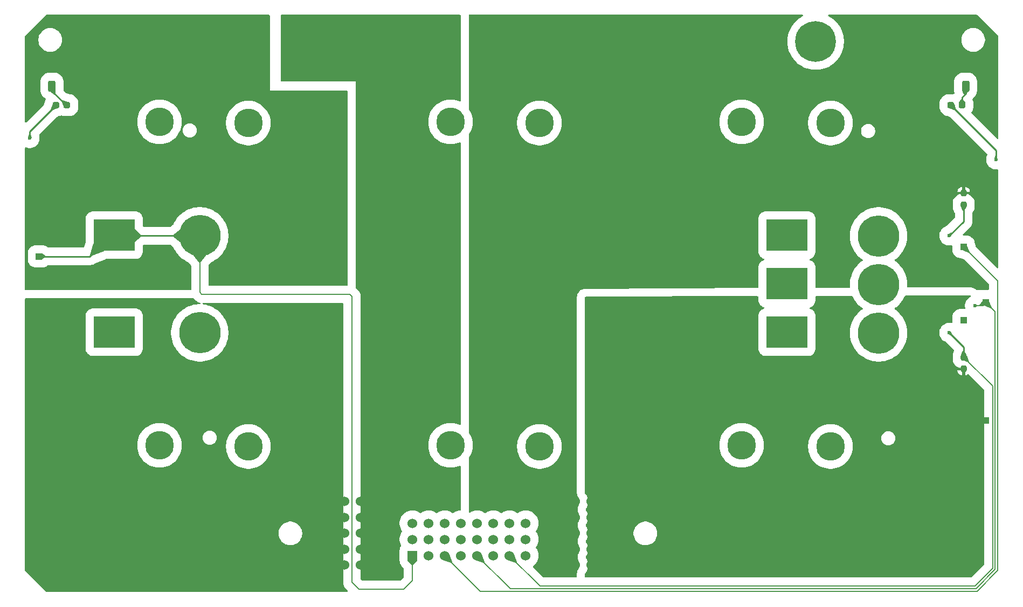
<source format=gbr>
%TF.GenerationSoftware,KiCad,Pcbnew,9.0.1*%
%TF.CreationDate,2025-10-25T17:54:32-05:00*%
%TF.ProjectId,MaxiCarrier,4d617869-4361-4727-9269-65722e6b6963,rev?*%
%TF.SameCoordinates,Original*%
%TF.FileFunction,Copper,L1,Top*%
%TF.FilePolarity,Positive*%
%FSLAX46Y46*%
G04 Gerber Fmt 4.6, Leading zero omitted, Abs format (unit mm)*
G04 Created by KiCad (PCBNEW 9.0.1) date 2025-10-25 17:54:32*
%MOMM*%
%LPD*%
G01*
G04 APERTURE LIST*
G04 Aperture macros list*
%AMRoundRect*
0 Rectangle with rounded corners*
0 $1 Rounding radius*
0 $2 $3 $4 $5 $6 $7 $8 $9 X,Y pos of 4 corners*
0 Add a 4 corners polygon primitive as box body*
4,1,4,$2,$3,$4,$5,$6,$7,$8,$9,$2,$3,0*
0 Add four circle primitives for the rounded corners*
1,1,$1+$1,$2,$3*
1,1,$1+$1,$4,$5*
1,1,$1+$1,$6,$7*
1,1,$1+$1,$8,$9*
0 Add four rect primitives between the rounded corners*
20,1,$1+$1,$2,$3,$4,$5,0*
20,1,$1+$1,$4,$5,$6,$7,0*
20,1,$1+$1,$6,$7,$8,$9,0*
20,1,$1+$1,$8,$9,$2,$3,0*%
%AMOutline5P*
0 Free polygon, 5 corners , with rotation*
0 The origin of the aperture is its center*
0 number of corners: always 5*
0 $1 to $10 corner X, Y*
0 $11 Rotation angle, in degrees counterclockwise*
0 create outline with 5 corners*
4,1,5,$1,$2,$3,$4,$5,$6,$7,$8,$9,$10,$1,$2,$11*%
%AMOutline6P*
0 Free polygon, 6 corners , with rotation*
0 The origin of the aperture is its center*
0 number of corners: always 6*
0 $1 to $12 corner X, Y*
0 $13 Rotation angle, in degrees counterclockwise*
0 create outline with 6 corners*
4,1,6,$1,$2,$3,$4,$5,$6,$7,$8,$9,$10,$11,$12,$1,$2,$13*%
%AMOutline7P*
0 Free polygon, 7 corners , with rotation*
0 The origin of the aperture is its center*
0 number of corners: always 7*
0 $1 to $14 corner X, Y*
0 $15 Rotation angle, in degrees counterclockwise*
0 create outline with 7 corners*
4,1,7,$1,$2,$3,$4,$5,$6,$7,$8,$9,$10,$11,$12,$13,$14,$1,$2,$15*%
%AMOutline8P*
0 Free polygon, 8 corners , with rotation*
0 The origin of the aperture is its center*
0 number of corners: always 8*
0 $1 to $16 corner X, Y*
0 $17 Rotation angle, in degrees counterclockwise*
0 create outline with 8 corners*
4,1,8,$1,$2,$3,$4,$5,$6,$7,$8,$9,$10,$11,$12,$13,$14,$15,$16,$1,$2,$17*%
G04 Aperture macros list end*
%TA.AperFunction,SMDPad,CuDef*%
%ADD10R,1.000000X1.000000*%
%TD*%
%TA.AperFunction,SMDPad,CuDef*%
%ADD11RoundRect,0.237500X-0.287500X-0.237500X0.287500X-0.237500X0.287500X0.237500X-0.287500X0.237500X0*%
%TD*%
%TA.AperFunction,SMDPad,CuDef*%
%ADD12RoundRect,0.250000X0.312500X0.625000X-0.312500X0.625000X-0.312500X-0.625000X0.312500X-0.625000X0*%
%TD*%
%TA.AperFunction,ComponentPad*%
%ADD13C,3.600000*%
%TD*%
%TA.AperFunction,ConnectorPad*%
%ADD14C,6.400000*%
%TD*%
%TA.AperFunction,ComponentPad*%
%ADD15C,6.500000*%
%TD*%
%TA.AperFunction,ComponentPad*%
%ADD16Outline5P,-2.500000X1.500000X-1.500000X2.500000X2.500000X2.500000X2.500000X-2.500000X-2.500000X-2.500000X0.000000*%
%TD*%
%TA.AperFunction,ComponentPad*%
%ADD17R,6.500000X5.000000*%
%TD*%
%TA.AperFunction,ComponentPad*%
%ADD18Outline5P,-2.500000X1.500000X-1.500000X2.500000X2.500000X2.500000X2.500000X-2.500000X-2.500000X-2.500000X90.000000*%
%TD*%
%TA.AperFunction,ComponentPad*%
%ADD19C,9.000000*%
%TD*%
%TA.AperFunction,ComponentPad*%
%ADD20Outline5P,-4.000000X2.400000X-2.400000X4.000000X4.000000X4.000000X4.000000X-4.000000X-4.000000X-4.000000X180.000000*%
%TD*%
%TA.AperFunction,ComponentPad*%
%ADD21Outline5P,-4.000000X2.400000X-2.400000X4.000000X4.000000X4.000000X4.000000X-4.000000X-4.000000X-4.000000X270.000000*%
%TD*%
%TA.AperFunction,ComponentPad*%
%ADD22C,4.500000*%
%TD*%
%TA.AperFunction,SMDPad,CuDef*%
%ADD23RoundRect,0.237500X-0.237500X0.250000X-0.237500X-0.250000X0.237500X-0.250000X0.237500X0.250000X0*%
%TD*%
%TA.AperFunction,SMDPad,CuDef*%
%ADD24RoundRect,0.250000X-0.312500X-0.625000X0.312500X-0.625000X0.312500X0.625000X-0.312500X0.625000X0*%
%TD*%
%TA.AperFunction,ComponentPad*%
%ADD25RoundRect,0.875000X0.875000X0.875000X-0.875000X0.875000X-0.875000X-0.875000X0.875000X-0.875000X0*%
%TD*%
%TA.AperFunction,ComponentPad*%
%ADD26C,3.500000*%
%TD*%
%TA.AperFunction,SMDPad,CuDef*%
%ADD27RoundRect,0.237500X0.237500X-0.250000X0.237500X0.250000X-0.237500X0.250000X-0.237500X-0.250000X0*%
%TD*%
%TA.AperFunction,ComponentPad*%
%ADD28R,1.530000X1.530000*%
%TD*%
%TA.AperFunction,ComponentPad*%
%ADD29C,1.530000*%
%TD*%
%TA.AperFunction,ViaPad*%
%ADD30C,0.600000*%
%TD*%
%TA.AperFunction,Conductor*%
%ADD31C,0.200000*%
%TD*%
%TA.AperFunction,Conductor*%
%ADD32C,0.250000*%
%TD*%
%TA.AperFunction,Conductor*%
%ADD33C,2.000000*%
%TD*%
G04 APERTURE END LIST*
D10*
%TO.P,TP7,1,1*%
%TO.N,IN-*%
X29500000Y-90500000D03*
%TD*%
%TO.P,TP1,1,1*%
%TO.N,/PC*%
X29500000Y-65000000D03*
%TD*%
%TO.P,TP5,1,1*%
%TO.N,Unfused_IN+*%
X88750000Y-33250000D03*
%TD*%
%TO.P,TP8,1,1*%
%TO.N,OUT+*%
X178250000Y-55500000D03*
%TD*%
D11*
%TO.P,D1,1,K*%
%TO.N,IN-*%
X32162500Y-41250000D03*
%TO.P,D1,2,A*%
%TO.N,Net-(D1-A)*%
X33912500Y-41250000D03*
%TD*%
D12*
%TO.P,R1,1*%
%TO.N,IN+*%
X34462500Y-38250000D03*
%TO.P,R1,2*%
%TO.N,Net-(D1-A)*%
X31537500Y-38250000D03*
%TD*%
D10*
%TO.P,TP6,1,1*%
%TO.N,IN+*%
X29500000Y-55250000D03*
%TD*%
D13*
%TO.P,H1,1,1*%
%TO.N,PLATE*%
X151500000Y-31250000D03*
D14*
X151500000Y-31250000D03*
%TD*%
D15*
%TO.P,U1,1,IN+*%
%TO.N,IN+*%
X54750000Y-51608192D03*
D16*
X40806392Y-51501587D03*
D15*
%TO.P,U1,2,PC*%
%TO.N,/PC*%
X54750000Y-61768192D03*
D17*
X41306392Y-61661587D03*
D15*
%TO.P,U1,3,PR*%
%TO.N,unconnected-(U1-PR-Pad3)*%
X54750000Y-77008192D03*
D17*
%TO.N,unconnected-(U1-PR-Pad3)_1*%
X41306392Y-76901587D03*
D15*
%TO.P,U1,4,IN-*%
%TO.N,IN-*%
X54750000Y-87168192D03*
D18*
X40806392Y-87061587D03*
D19*
%TO.P,U1,5,OUT-*%
%TO.N,OUT-*%
X161290000Y-87188192D03*
D20*
X147486392Y-87061587D03*
D15*
%TO.P,U1,6,SENSE-*%
%TO.N,/SNS-*%
X161390000Y-77028192D03*
D17*
X146986392Y-76901587D03*
D15*
%TO.P,U1,7,SC*%
%TO.N,/SC*%
X161400000Y-69408192D03*
D17*
X146986392Y-69281587D03*
D15*
%TO.P,U1,8,SENSE+*%
%TO.N,/SNS+*%
X161390000Y-61788192D03*
D17*
X146986392Y-61661587D03*
D19*
%TO.P,U1,9,OUT+*%
%TO.N,OUT+*%
X161430000Y-51628192D03*
D21*
X147486392Y-51501587D03*
D22*
%TO.P,U1,10,PLATE*%
%TO.N,PLATE*%
X108089955Y-94868187D03*
X62370000Y-94868168D03*
X153809955Y-94868168D03*
X94146347Y-94681827D03*
X48426392Y-94681808D03*
X139866347Y-94681808D03*
X62369958Y-44068192D03*
X153809958Y-44068192D03*
X108090000Y-44068168D03*
X48426350Y-43881832D03*
X139866350Y-43881832D03*
X94146392Y-43881808D03*
%TD*%
D23*
%TO.P,R6,1*%
%TO.N,/SNS-*%
X174750000Y-80837500D03*
%TO.P,R6,2*%
%TO.N,OUT-*%
X174750000Y-82662500D03*
%TD*%
D24*
%TO.P,R2,1*%
%TO.N,OUT+*%
X172140000Y-38250000D03*
%TO.P,R2,2*%
%TO.N,Net-(D2-A)*%
X175065000Y-38250000D03*
%TD*%
D10*
%TO.P,TP9,1,1*%
%TO.N,OUT-*%
X178250000Y-90750000D03*
%TD*%
%TO.P,TP4,1,1*%
%TO.N,/SNS-*%
X174750000Y-75000000D03*
%TD*%
D11*
%TO.P,D2,1,K*%
%TO.N,OUT-*%
X172750000Y-41250000D03*
%TO.P,D2,2,A*%
%TO.N,Net-(D2-A)*%
X174500000Y-41250000D03*
%TD*%
D10*
%TO.P,TP2,1,1*%
%TO.N,/SC*%
X178250000Y-72250000D03*
%TD*%
D25*
%TO.P,F1,1*%
%TO.N,Unfused_IN+*%
X79605000Y-33250000D03*
X71985000Y-33250000D03*
D26*
%TO.P,F1,2*%
%TO.N,IN+*%
X53015000Y-33250000D03*
X45395000Y-33250000D03*
%TD*%
D10*
%TO.P,TP3,1,1*%
%TO.N,/SNS+*%
X174750000Y-63500000D03*
%TD*%
D27*
%TO.P,R5,1*%
%TO.N,/SNS+*%
X174750000Y-56912500D03*
%TO.P,R5,2*%
%TO.N,OUT+*%
X174750000Y-55087500D03*
%TD*%
D28*
%TO.P,J1,01,01*%
%TO.N,/PC*%
X88160000Y-112000000D03*
D29*
%TO.P,J1,02,02*%
%TO.N,unconnected-(J1-Pad02)*%
X90700000Y-112000000D03*
%TO.P,J1,03,03*%
%TO.N,/SNS+*%
X93240000Y-112000000D03*
%TO.P,J1,04,04*%
%TO.N,unconnected-(J1-Pad04)*%
X95780000Y-112000000D03*
%TO.P,J1,05,05*%
%TO.N,/SC*%
X98320000Y-112000000D03*
%TO.P,J1,06,06*%
%TO.N,unconnected-(J1-Pad06)*%
X100860000Y-112000000D03*
%TO.P,J1,07,07*%
%TO.N,/SNS-*%
X103400000Y-112000000D03*
%TO.P,J1,08,08*%
%TO.N,unconnected-(J1-Pad08)*%
X105940000Y-112000000D03*
%TO.P,J1,09,09*%
%TO.N,unconnected-(J1-Pad09)*%
X88160000Y-109460000D03*
%TO.P,J1,10,10*%
%TO.N,unconnected-(J1-Pad10)*%
X90700000Y-109460000D03*
%TO.P,J1,11,11*%
%TO.N,unconnected-(J1-Pad11)*%
X93240000Y-109460000D03*
%TO.P,J1,12,12*%
%TO.N,unconnected-(J1-Pad12)*%
X95780000Y-109460000D03*
%TO.P,J1,13,13*%
%TO.N,unconnected-(J1-Pad13)*%
X98320000Y-109460000D03*
%TO.P,J1,14,14*%
%TO.N,unconnected-(J1-Pad14)*%
X100860000Y-109460000D03*
%TO.P,J1,15,15*%
%TO.N,unconnected-(J1-Pad15)*%
X103400000Y-109460000D03*
%TO.P,J1,16,16*%
%TO.N,unconnected-(J1-Pad16)*%
X105940000Y-109460000D03*
%TO.P,J1,17,17*%
%TO.N,unconnected-(J1-Pad17)*%
X88160000Y-106920000D03*
%TO.P,J1,18,18*%
%TO.N,unconnected-(J1-Pad18)*%
X90700000Y-106920000D03*
%TO.P,J1,19,19*%
%TO.N,unconnected-(J1-Pad19)*%
X93240000Y-106920000D03*
%TO.P,J1,20,20*%
%TO.N,unconnected-(J1-Pad20)*%
X95780000Y-106920000D03*
%TO.P,J1,21,21*%
%TO.N,unconnected-(J1-Pad21)*%
X98320000Y-106920000D03*
%TO.P,J1,22,22*%
%TO.N,unconnected-(J1-Pad22)*%
X100860000Y-106920000D03*
%TO.P,J1,23,23*%
%TO.N,unconnected-(J1-Pad23)*%
X103400000Y-106920000D03*
%TO.P,J1,24,24*%
%TO.N,unconnected-(J1-Pad24)*%
X105940000Y-106920000D03*
%TO.P,J1,P01,P01*%
%TO.N,IN-*%
X74490000Y-103500000D03*
X74490000Y-106000000D03*
X74490000Y-108500000D03*
X74490000Y-111000000D03*
X74490000Y-113500000D03*
X77490000Y-103500000D03*
X77490000Y-106000000D03*
X77490000Y-108500000D03*
X77490000Y-111000000D03*
X77490000Y-113500000D03*
%TO.P,J1,P02,P02*%
%TO.N,Unfused_IN+*%
X79990000Y-103500000D03*
X79990000Y-106000000D03*
X79990000Y-108500000D03*
X79990000Y-111000000D03*
X79990000Y-113500000D03*
X82990000Y-103500000D03*
X82990000Y-106000000D03*
X82990000Y-108500000D03*
X82990000Y-111000000D03*
X82990000Y-113500000D03*
%TO.P,J1,P03,P03*%
%TO.N,OUT+*%
X110750000Y-103500000D03*
X110750000Y-106000000D03*
X110750000Y-108500000D03*
X110750000Y-111000000D03*
X110750000Y-113500000D03*
X113750000Y-103500000D03*
X113750000Y-106000000D03*
X113750000Y-108500000D03*
X113750000Y-111000000D03*
X113750000Y-113500000D03*
%TO.P,J1,P04,P04*%
%TO.N,OUT-*%
X116250000Y-103500000D03*
X116250000Y-106000000D03*
X116250000Y-108500000D03*
X116250000Y-111000000D03*
X116250000Y-113500000D03*
X119250000Y-103500000D03*
X119250000Y-106000000D03*
X119250000Y-108500000D03*
X119250000Y-111000000D03*
X119250000Y-113500000D03*
%TD*%
D30*
%TO.N,OUT-*%
X179832000Y-49784000D03*
%TO.N,IN-*%
X28041600Y-46431200D03*
%TO.N,/SC*%
X176500000Y-72750000D03*
%TO.N,/SNS-*%
X174750000Y-75000000D03*
X172500000Y-77000000D03*
%TO.N,/SNS+*%
X174750000Y-63500000D03*
X172500000Y-61750000D03*
%TD*%
D31*
%TO.N,/SC*%
X179698000Y-73698000D02*
X178250000Y-72250000D01*
X176667800Y-117198000D02*
X179698000Y-114167800D01*
X103518000Y-117198000D02*
X176667800Y-117198000D01*
X179698000Y-114167800D02*
X179698000Y-73698000D01*
X98320000Y-112000000D02*
X103518000Y-117198000D01*
%TO.N,/SNS+*%
X180099000Y-114333900D02*
X180099000Y-68849000D01*
X98839000Y-117599000D02*
X176833900Y-117599000D01*
X176833900Y-117599000D02*
X180099000Y-114333900D01*
X93240000Y-112000000D02*
X98839000Y-117599000D01*
X180099000Y-68849000D02*
X174750000Y-63500000D01*
D32*
%TO.N,OUT-*%
X179832000Y-49784000D02*
X179832000Y-48332000D01*
X179832000Y-48332000D02*
X172750000Y-41250000D01*
%TO.N,IN-*%
X28041600Y-46431200D02*
X28041600Y-45370900D01*
X28041600Y-45370900D02*
X32162500Y-41250000D01*
D31*
%TO.N,/SC*%
X176500000Y-72750000D02*
X177750000Y-72750000D01*
X177750000Y-72750000D02*
X178250000Y-72250000D01*
%TO.N,/PC*%
X78663800Y-116205000D02*
X78663800Y-71272400D01*
X54750000Y-70650400D02*
X54750000Y-61768192D01*
D32*
X29500000Y-65000000D02*
X37467979Y-65000000D01*
X37467979Y-65000000D02*
X40806392Y-61661587D01*
X40806392Y-61661587D02*
X40912997Y-61768192D01*
D31*
X79756000Y-117297200D02*
X78663800Y-116205000D01*
X78333600Y-70942200D02*
X55041800Y-70942200D01*
X88160000Y-115903600D02*
X86766400Y-117297200D01*
D32*
X40912997Y-61768192D02*
X54750000Y-61768192D01*
D31*
X86766400Y-117297200D02*
X79756000Y-117297200D01*
X55041800Y-70942200D02*
X54750000Y-70650400D01*
X78663800Y-71272400D02*
X78333600Y-70942200D01*
X88160000Y-112000000D02*
X88160000Y-115903600D01*
D32*
%TO.N,/SNS-*%
X174750000Y-79250000D02*
X174750000Y-80775000D01*
X172500000Y-77000000D02*
X174750000Y-79250000D01*
D33*
%TO.N,PLATE*%
X153809955Y-44068195D02*
X153809958Y-44068192D01*
X94146392Y-94681782D02*
X94146347Y-94681827D01*
X139679968Y-94868187D02*
X139866347Y-94681808D01*
X94332752Y-44068168D02*
X94146392Y-43881808D01*
D32*
%TO.N,Net-(D1-A)*%
X31537500Y-39037500D02*
X31537500Y-38250000D01*
X33750000Y-41250000D02*
X31537500Y-39037500D01*
X33912500Y-41250000D02*
X33750000Y-41250000D01*
%TO.N,Net-(D2-A)*%
X174500000Y-41250000D02*
X174500000Y-40000000D01*
X175065000Y-39435000D02*
X175065000Y-38250000D01*
X174500000Y-40000000D02*
X175065000Y-39435000D01*
%TO.N,/SNS+*%
X172500000Y-61750000D02*
X174750000Y-59500000D01*
X174750000Y-59500000D02*
X174750000Y-56950000D01*
D31*
%TO.N,/SNS-*%
X179297000Y-85384500D02*
X174750000Y-80837500D01*
X179297000Y-114001700D02*
X179297000Y-85384500D01*
X176501700Y-116797000D02*
X179297000Y-114001700D01*
X103400000Y-112000000D02*
X108197000Y-116797000D01*
X108197000Y-116797000D02*
X176501700Y-116797000D01*
%TD*%
%TA.AperFunction,Conductor*%
%TO.N,Unfused_IN+*%
G36*
X95687539Y-27070185D02*
G01*
X95733294Y-27122989D01*
X95744500Y-27174500D01*
X95744500Y-40569272D01*
X95724815Y-40636311D01*
X95672011Y-40682066D01*
X95602853Y-40692010D01*
X95573048Y-40683833D01*
X95327102Y-40581959D01*
X94997964Y-40482116D01*
X94660640Y-40415018D01*
X94660641Y-40415018D01*
X94402848Y-40389629D01*
X94318361Y-40381308D01*
X93974423Y-40381308D01*
X93896358Y-40388996D01*
X93632142Y-40415018D01*
X93294819Y-40482116D01*
X92965685Y-40581958D01*
X92647927Y-40713578D01*
X92647922Y-40713580D01*
X92344616Y-40875701D01*
X92344598Y-40875712D01*
X92058640Y-41066783D01*
X92058626Y-41066793D01*
X91792759Y-41284984D01*
X91549568Y-41528175D01*
X91331377Y-41794042D01*
X91331367Y-41794056D01*
X91140296Y-42080014D01*
X91140285Y-42080032D01*
X90978164Y-42383338D01*
X90978162Y-42383343D01*
X90846542Y-42701101D01*
X90746700Y-43030235D01*
X90679602Y-43367558D01*
X90645892Y-43709842D01*
X90645892Y-44053773D01*
X90679602Y-44396057D01*
X90746700Y-44733380D01*
X90846542Y-45062514D01*
X90978162Y-45380272D01*
X90978164Y-45380277D01*
X91140285Y-45683583D01*
X91140296Y-45683601D01*
X91331367Y-45969559D01*
X91331377Y-45969573D01*
X91549568Y-46235440D01*
X91792759Y-46478631D01*
X91792764Y-46478635D01*
X91792765Y-46478636D01*
X92058632Y-46696827D01*
X92344605Y-46887908D01*
X92344614Y-46887913D01*
X92344616Y-46887914D01*
X92647922Y-47050035D01*
X92647924Y-47050035D01*
X92647930Y-47050039D01*
X92965687Y-47181658D01*
X93294814Y-47281498D01*
X93632142Y-47348597D01*
X93974423Y-47382308D01*
X93974426Y-47382308D01*
X94318358Y-47382308D01*
X94318361Y-47382308D01*
X94660642Y-47348597D01*
X94997970Y-47281498D01*
X95327097Y-47181658D01*
X95573048Y-47079781D01*
X95642517Y-47072313D01*
X95704996Y-47103588D01*
X95740648Y-47163677D01*
X95744500Y-47194343D01*
X95744500Y-91369310D01*
X95724815Y-91436349D01*
X95672011Y-91482104D01*
X95602853Y-91492048D01*
X95573048Y-91483871D01*
X95327057Y-91381978D01*
X94997919Y-91282135D01*
X94660595Y-91215037D01*
X94660596Y-91215037D01*
X94402803Y-91189648D01*
X94318316Y-91181327D01*
X93974378Y-91181327D01*
X93896313Y-91189015D01*
X93632097Y-91215037D01*
X93294774Y-91282135D01*
X92965640Y-91381977D01*
X92647882Y-91513597D01*
X92647877Y-91513599D01*
X92344571Y-91675720D01*
X92344553Y-91675731D01*
X92058595Y-91866802D01*
X92058581Y-91866812D01*
X91792714Y-92085003D01*
X91549523Y-92328194D01*
X91331332Y-92594061D01*
X91331322Y-92594075D01*
X91140251Y-92880033D01*
X91140240Y-92880051D01*
X90978119Y-93183357D01*
X90978117Y-93183362D01*
X90846497Y-93501120D01*
X90746655Y-93830254D01*
X90679557Y-94167577D01*
X90645847Y-94509861D01*
X90645847Y-94853792D01*
X90679557Y-95196076D01*
X90746655Y-95533399D01*
X90846497Y-95862533D01*
X90978117Y-96180291D01*
X90978119Y-96180296D01*
X91140240Y-96483602D01*
X91140251Y-96483620D01*
X91331322Y-96769578D01*
X91331332Y-96769592D01*
X91549523Y-97035459D01*
X91792714Y-97278650D01*
X91792719Y-97278654D01*
X91792720Y-97278655D01*
X92058587Y-97496846D01*
X92344560Y-97687927D01*
X92344569Y-97687932D01*
X92344571Y-97687933D01*
X92647877Y-97850054D01*
X92647879Y-97850054D01*
X92647885Y-97850058D01*
X92965642Y-97981677D01*
X93294769Y-98081517D01*
X93632097Y-98148616D01*
X93974378Y-98182327D01*
X93974381Y-98182327D01*
X94318313Y-98182327D01*
X94318316Y-98182327D01*
X94660597Y-98148616D01*
X94997925Y-98081517D01*
X95327052Y-97981677D01*
X95573049Y-97879781D01*
X95642516Y-97872313D01*
X95704996Y-97903588D01*
X95740648Y-97963677D01*
X95744500Y-97994343D01*
X95744500Y-104783036D01*
X95724815Y-104850075D01*
X95672011Y-104895830D01*
X95636685Y-104905975D01*
X95385955Y-104938984D01*
X95130744Y-105007368D01*
X94886660Y-105108471D01*
X94886650Y-105108475D01*
X94657845Y-105240576D01*
X94585486Y-105296099D01*
X94520316Y-105321293D01*
X94451872Y-105307254D01*
X94434514Y-105296099D01*
X94362154Y-105240576D01*
X94133349Y-105108475D01*
X94133339Y-105108471D01*
X93889255Y-105007368D01*
X93634044Y-104938984D01*
X93372104Y-104904500D01*
X93372103Y-104904500D01*
X93107897Y-104904500D01*
X93107896Y-104904500D01*
X92845955Y-104938984D01*
X92590744Y-105007368D01*
X92346660Y-105108471D01*
X92346650Y-105108475D01*
X92117845Y-105240576D01*
X92045486Y-105296099D01*
X91980316Y-105321293D01*
X91911872Y-105307254D01*
X91894514Y-105296099D01*
X91822154Y-105240576D01*
X91593349Y-105108475D01*
X91593339Y-105108471D01*
X91349255Y-105007368D01*
X91094044Y-104938984D01*
X90832104Y-104904500D01*
X90832103Y-104904500D01*
X90567897Y-104904500D01*
X90567896Y-104904500D01*
X90305955Y-104938984D01*
X90050744Y-105007368D01*
X89806660Y-105108471D01*
X89806650Y-105108475D01*
X89577845Y-105240576D01*
X89505486Y-105296099D01*
X89440316Y-105321293D01*
X89371872Y-105307254D01*
X89354514Y-105296099D01*
X89282154Y-105240576D01*
X89053349Y-105108475D01*
X89053339Y-105108471D01*
X88809255Y-105007368D01*
X88554044Y-104938984D01*
X88292104Y-104904500D01*
X88292103Y-104904500D01*
X88027897Y-104904500D01*
X88027896Y-104904500D01*
X87765955Y-104938984D01*
X87510744Y-105007368D01*
X87266660Y-105108471D01*
X87266651Y-105108475D01*
X87037851Y-105240573D01*
X87037836Y-105240583D01*
X86828238Y-105401413D01*
X86828231Y-105401419D01*
X86641419Y-105588231D01*
X86641413Y-105588238D01*
X86480583Y-105797836D01*
X86480573Y-105797851D01*
X86348475Y-106026651D01*
X86348471Y-106026660D01*
X86247368Y-106270744D01*
X86178984Y-106525955D01*
X86144500Y-106787896D01*
X86144500Y-107052103D01*
X86177899Y-107305803D01*
X86178985Y-107314048D01*
X86198129Y-107385493D01*
X86247368Y-107569255D01*
X86348471Y-107813339D01*
X86348475Y-107813349D01*
X86480576Y-108042154D01*
X86536099Y-108114514D01*
X86561293Y-108179684D01*
X86547254Y-108248128D01*
X86536099Y-108265486D01*
X86480576Y-108337845D01*
X86348475Y-108566650D01*
X86348471Y-108566660D01*
X86247368Y-108810744D01*
X86178984Y-109065955D01*
X86144500Y-109327896D01*
X86144500Y-109592103D01*
X86178984Y-109854044D01*
X86247368Y-110109255D01*
X86348472Y-110353342D01*
X86348477Y-110353353D01*
X86371035Y-110392424D01*
X86387508Y-110460324D01*
X86365576Y-110525040D01*
X86302997Y-110615367D01*
X86302991Y-110615377D01*
X86209903Y-110820318D01*
X86209902Y-110820321D01*
X86154905Y-111038579D01*
X86154904Y-111038586D01*
X86144500Y-111170777D01*
X86144500Y-112829208D01*
X86144501Y-112829223D01*
X86154904Y-112961413D01*
X86154905Y-112961420D01*
X86209902Y-113179678D01*
X86209903Y-113179681D01*
X86302991Y-113384623D01*
X86315085Y-113402080D01*
X86320732Y-113410231D01*
X86322766Y-113414482D01*
X86344751Y-113444902D01*
X86345469Y-113445938D01*
X86431181Y-113569655D01*
X86437638Y-113576112D01*
X86450456Y-113591158D01*
X86454602Y-113596895D01*
X86454614Y-113596910D01*
X86779084Y-113970171D01*
X86808210Y-114033680D01*
X86809500Y-114051522D01*
X86809500Y-115292843D01*
X86789815Y-115359882D01*
X86773181Y-115380524D01*
X86243324Y-115910381D01*
X86182001Y-115943866D01*
X86155643Y-115946700D01*
X80366757Y-115946700D01*
X80299718Y-115927015D01*
X80279076Y-115910381D01*
X80050619Y-115681924D01*
X80017134Y-115620601D01*
X80014300Y-115594243D01*
X80014300Y-71166113D01*
X80010365Y-71141268D01*
X79981046Y-70956157D01*
X79915357Y-70753988D01*
X79818851Y-70564584D01*
X79818849Y-70564581D01*
X79818848Y-70564579D01*
X79693909Y-70392613D01*
X79536527Y-70235231D01*
X79536520Y-70235225D01*
X79370774Y-70069479D01*
X79370772Y-70069476D01*
X79286319Y-69985023D01*
X79252834Y-69923700D01*
X79250000Y-69897342D01*
X79250000Y-69534381D01*
X79250499Y-69523267D01*
X79251581Y-69511243D01*
X79255500Y-69467700D01*
X79255500Y-39124000D01*
X79254745Y-39080457D01*
X79250959Y-39050191D01*
X79250000Y-39034800D01*
X79250000Y-37500000D01*
X67624000Y-37500000D01*
X67556961Y-37480315D01*
X67511206Y-37427511D01*
X67500000Y-37376000D01*
X67500000Y-27174500D01*
X67519685Y-27107461D01*
X67572489Y-27061706D01*
X67624000Y-27050500D01*
X95620500Y-27050500D01*
X95687539Y-27070185D01*
G37*
%TD.AperFunction*%
%TD*%
%TA.AperFunction,Conductor*%
%TO.N,OUT+*%
G36*
X149482786Y-27070185D02*
G01*
X149528541Y-27122989D01*
X149538485Y-27192147D01*
X149509460Y-27255703D01*
X149468152Y-27286882D01*
X149443039Y-27298592D01*
X149443023Y-27298600D01*
X149106478Y-27492905D01*
X149106463Y-27492914D01*
X148788119Y-27715821D01*
X148490418Y-27965623D01*
X148215623Y-28240418D01*
X147965821Y-28538119D01*
X147742914Y-28856463D01*
X147742905Y-28856478D01*
X147548600Y-29193023D01*
X147548587Y-29193047D01*
X147384362Y-29545231D01*
X147251435Y-29910444D01*
X147150857Y-30285810D01*
X147150853Y-30285827D01*
X147083371Y-30668533D01*
X147083371Y-30668537D01*
X147049500Y-31055683D01*
X147049500Y-31444316D01*
X147083371Y-31831462D01*
X147083371Y-31831466D01*
X147118822Y-32032516D01*
X147150855Y-32214182D01*
X147153858Y-32225389D01*
X147251435Y-32589555D01*
X147251438Y-32589565D01*
X147251439Y-32589566D01*
X147347866Y-32854498D01*
X147384362Y-32954768D01*
X147548587Y-33306952D01*
X147548600Y-33306976D01*
X147742905Y-33643521D01*
X147742914Y-33643536D01*
X147965821Y-33961880D01*
X148156358Y-34188952D01*
X148215621Y-34259579D01*
X148490421Y-34534379D01*
X148596361Y-34623273D01*
X148788119Y-34784178D01*
X148788125Y-34784182D01*
X148788126Y-34784183D01*
X149106470Y-35007090D01*
X149421894Y-35189200D01*
X149443023Y-35201399D01*
X149443047Y-35201412D01*
X149795231Y-35365637D01*
X149795236Y-35365638D01*
X149795245Y-35365643D01*
X150160434Y-35498561D01*
X150160440Y-35498562D01*
X150160444Y-35498564D01*
X150262666Y-35525954D01*
X150535818Y-35599145D01*
X150918540Y-35666629D01*
X151305685Y-35700499D01*
X151305686Y-35700500D01*
X151305687Y-35700500D01*
X151694314Y-35700500D01*
X151694314Y-35700499D01*
X152081460Y-35666629D01*
X152464182Y-35599145D01*
X152839566Y-35498561D01*
X153204755Y-35365643D01*
X153204768Y-35365637D01*
X153556952Y-35201412D01*
X153556960Y-35201407D01*
X153556970Y-35201403D01*
X153893530Y-35007090D01*
X154211874Y-34784183D01*
X154509579Y-34534379D01*
X154784379Y-34259579D01*
X155034183Y-33961874D01*
X155257090Y-33643530D01*
X155451403Y-33306970D01*
X155451407Y-33306960D01*
X155451412Y-33306952D01*
X155615637Y-32954768D01*
X155615637Y-32954767D01*
X155615643Y-32954755D01*
X155748561Y-32589566D01*
X155849145Y-32214182D01*
X155916629Y-31831460D01*
X155950500Y-31444313D01*
X155950500Y-31055687D01*
X155934994Y-30878456D01*
X174395500Y-30878456D01*
X174395500Y-31121543D01*
X174395501Y-31121559D01*
X174427230Y-31362569D01*
X174490149Y-31597386D01*
X174583175Y-31821972D01*
X174583182Y-31821987D01*
X174704730Y-32032516D01*
X174852722Y-32225380D01*
X174852730Y-32225389D01*
X175024611Y-32397270D01*
X175024619Y-32397277D01*
X175217483Y-32545269D01*
X175428012Y-32666817D01*
X175428027Y-32666824D01*
X175544171Y-32714932D01*
X175652612Y-32759850D01*
X175887429Y-32822769D01*
X176128450Y-32854500D01*
X176128457Y-32854500D01*
X176371543Y-32854500D01*
X176371550Y-32854500D01*
X176612571Y-32822769D01*
X176847388Y-32759850D01*
X177071984Y-32666819D01*
X177282516Y-32545269D01*
X177475380Y-32397278D01*
X177475384Y-32397273D01*
X177475389Y-32397270D01*
X177647270Y-32225389D01*
X177647273Y-32225384D01*
X177647278Y-32225380D01*
X177795269Y-32032516D01*
X177916819Y-31821984D01*
X178009850Y-31597388D01*
X178072769Y-31362571D01*
X178104500Y-31121550D01*
X178104500Y-30878450D01*
X178072769Y-30637429D01*
X178009850Y-30402612D01*
X177916819Y-30178016D01*
X177819550Y-30009540D01*
X177795269Y-29967483D01*
X177647277Y-29774619D01*
X177647270Y-29774611D01*
X177475389Y-29602730D01*
X177475380Y-29602722D01*
X177282516Y-29454730D01*
X177071987Y-29333182D01*
X177071972Y-29333175D01*
X176847386Y-29240149D01*
X176612569Y-29177230D01*
X176371559Y-29145501D01*
X176371556Y-29145500D01*
X176371550Y-29145500D01*
X176128450Y-29145500D01*
X176128444Y-29145500D01*
X176128440Y-29145501D01*
X175887430Y-29177230D01*
X175652613Y-29240149D01*
X175428027Y-29333175D01*
X175428012Y-29333182D01*
X175217483Y-29454730D01*
X175024619Y-29602722D01*
X174852722Y-29774619D01*
X174704730Y-29967483D01*
X174583182Y-30178012D01*
X174583175Y-30178027D01*
X174490149Y-30402613D01*
X174427230Y-30637430D01*
X174395501Y-30878440D01*
X174395500Y-30878456D01*
X155934994Y-30878456D01*
X155916629Y-30668540D01*
X155911143Y-30637430D01*
X155869739Y-30402612D01*
X155849145Y-30285818D01*
X155748561Y-29910434D01*
X155615643Y-29545245D01*
X155615638Y-29545236D01*
X155615637Y-29545231D01*
X155451412Y-29193047D01*
X155451399Y-29193023D01*
X155423962Y-29145501D01*
X155257090Y-28856470D01*
X155034183Y-28538126D01*
X155034182Y-28538125D01*
X155034178Y-28538119D01*
X154784376Y-28240418D01*
X154509581Y-27965623D01*
X154211880Y-27715821D01*
X153893536Y-27492914D01*
X153893533Y-27492912D01*
X153893530Y-27492910D01*
X153793538Y-27435179D01*
X153556976Y-27298600D01*
X153556960Y-27298592D01*
X153531848Y-27286882D01*
X153479409Y-27240710D01*
X153460257Y-27173516D01*
X153480473Y-27106635D01*
X153533638Y-27061300D01*
X153584253Y-27050500D01*
X176824167Y-27050500D01*
X176891206Y-27070185D01*
X176911848Y-27086819D01*
X180163181Y-30338152D01*
X180196666Y-30399475D01*
X180199500Y-30425833D01*
X180199500Y-46454887D01*
X180179815Y-46521926D01*
X180127011Y-46567681D01*
X180057853Y-46577625D01*
X179994297Y-46548600D01*
X179987819Y-46542568D01*
X175990605Y-42545354D01*
X175957120Y-42484031D01*
X175962104Y-42414339D01*
X175983665Y-42377530D01*
X176002658Y-42355106D01*
X176128888Y-42143264D01*
X176192425Y-41980432D01*
X176218524Y-41913547D01*
X176218524Y-41913543D01*
X176218528Y-41913536D01*
X176269134Y-41672185D01*
X176275500Y-41569647D01*
X176275499Y-40930354D01*
X176269134Y-40827815D01*
X176269133Y-40827812D01*
X176245181Y-40713577D01*
X176218528Y-40586464D01*
X176218526Y-40586459D01*
X176218524Y-40586452D01*
X176141867Y-40389999D01*
X176141081Y-40380933D01*
X176136607Y-40373010D01*
X176138112Y-40346674D01*
X176135835Y-40320391D01*
X176140181Y-40310492D01*
X176140595Y-40303254D01*
X176157065Y-40272041D01*
X176208805Y-40200827D01*
X176220778Y-40184345D01*
X176227659Y-40175712D01*
X176254552Y-40144888D01*
X176403309Y-39974385D01*
X176416592Y-39961295D01*
X176442150Y-39939650D01*
X176602866Y-39749894D01*
X176730156Y-39536273D01*
X176804750Y-39345106D01*
X176820546Y-39304625D01*
X176820546Y-39304621D01*
X176820550Y-39304614D01*
X176871581Y-39061237D01*
X176878000Y-38957842D01*
X176878000Y-37542158D01*
X176871581Y-37438763D01*
X176820550Y-37195386D01*
X176820548Y-37195381D01*
X176820546Y-37195374D01*
X176730157Y-36963730D01*
X176730156Y-36963727D01*
X176602866Y-36750106D01*
X176602863Y-36750103D01*
X176602860Y-36750097D01*
X176442151Y-36560350D01*
X176442149Y-36560348D01*
X176252402Y-36399639D01*
X176252394Y-36399634D01*
X176038773Y-36272344D01*
X176038771Y-36272343D01*
X176038769Y-36272342D01*
X175807125Y-36181953D01*
X175807115Y-36181950D01*
X175563738Y-36130919D01*
X175563735Y-36130918D01*
X175460350Y-36124500D01*
X175460342Y-36124500D01*
X174669658Y-36124500D01*
X174669649Y-36124500D01*
X174566264Y-36130918D01*
X174566261Y-36130919D01*
X174322884Y-36181950D01*
X174322874Y-36181953D01*
X174091230Y-36272342D01*
X173877597Y-36399639D01*
X173687850Y-36560348D01*
X173687848Y-36560350D01*
X173527139Y-36750097D01*
X173399842Y-36963730D01*
X173309453Y-37195374D01*
X173309450Y-37195384D01*
X173258419Y-37438761D01*
X173258418Y-37438764D01*
X173252000Y-37542149D01*
X173252000Y-38957850D01*
X173258418Y-39061235D01*
X173258419Y-39061239D01*
X173300801Y-39263364D01*
X173298888Y-39287552D01*
X173301310Y-39311698D01*
X173295670Y-39328247D01*
X173295293Y-39333016D01*
X173289925Y-39345106D01*
X173233002Y-39456824D01*
X173185028Y-39507620D01*
X173121569Y-39523748D01*
X173121569Y-39524500D01*
X172380366Y-39524500D01*
X172380343Y-39524501D01*
X172277814Y-39530865D01*
X172036462Y-39581472D01*
X172036452Y-39581475D01*
X171806739Y-39671110D01*
X171806736Y-39671112D01*
X171594894Y-39797342D01*
X171594892Y-39797343D01*
X171594888Y-39797346D01*
X171406719Y-39956717D01*
X171406717Y-39956719D01*
X171247346Y-40144888D01*
X171247343Y-40144892D01*
X171247342Y-40144894D01*
X171171581Y-40272038D01*
X171121110Y-40356739D01*
X171031475Y-40586452D01*
X171031472Y-40586462D01*
X170980866Y-40827812D01*
X170980865Y-40827816D01*
X170974500Y-40930344D01*
X170974500Y-41569633D01*
X170974501Y-41569656D01*
X170980865Y-41672185D01*
X171031472Y-41913537D01*
X171031475Y-41913547D01*
X171096448Y-42080056D01*
X171121112Y-42143264D01*
X171247342Y-42355106D01*
X171247344Y-42355108D01*
X171247346Y-42355111D01*
X171406717Y-42543280D01*
X171406719Y-42543282D01*
X171593056Y-42701101D01*
X171594894Y-42702658D01*
X171806736Y-42828888D01*
X171806739Y-42828889D01*
X172036452Y-42918524D01*
X172036459Y-42918526D01*
X172036464Y-42918528D01*
X172246316Y-42962529D01*
X172269936Y-42970011D01*
X172409709Y-43030235D01*
X172695862Y-43153529D01*
X172734476Y-43179727D01*
X178420181Y-48865432D01*
X178434884Y-48892359D01*
X178451477Y-48918178D01*
X178452368Y-48924378D01*
X178453666Y-48926755D01*
X178456500Y-48953113D01*
X178456500Y-48961218D01*
X178450740Y-48998571D01*
X178344503Y-49334856D01*
X178325922Y-49399687D01*
X178325608Y-49400905D01*
X178324526Y-49406005D01*
X178319679Y-49420924D01*
X178314726Y-49452188D01*
X178314056Y-49455350D01*
X178303106Y-49506960D01*
X178300750Y-49537838D01*
X178299582Y-49547800D01*
X178281500Y-49661967D01*
X178281500Y-49906026D01*
X178319678Y-50147072D01*
X178395097Y-50379187D01*
X178505896Y-50596642D01*
X178649339Y-50794076D01*
X178649343Y-50794081D01*
X178821918Y-50966656D01*
X178821923Y-50966660D01*
X178994136Y-51091779D01*
X179019361Y-51110106D01*
X179236815Y-51220904D01*
X179468924Y-51296321D01*
X179709973Y-51334500D01*
X179709974Y-51334500D01*
X179954025Y-51334500D01*
X179954027Y-51334500D01*
X180056103Y-51318332D01*
X180125395Y-51327286D01*
X180178847Y-51372282D01*
X180199487Y-51439033D01*
X180199500Y-51440805D01*
X180199500Y-66740242D01*
X180179815Y-66807281D01*
X180127011Y-66853036D01*
X180057853Y-66862980D01*
X179994297Y-66833955D01*
X179987819Y-66827923D01*
X176755195Y-63595300D01*
X176728902Y-63556465D01*
X176626435Y-63317375D01*
X176510525Y-63046916D01*
X176500499Y-62998070D01*
X176500499Y-62935791D01*
X176500498Y-62935776D01*
X176500253Y-62932660D01*
X176490096Y-62803588D01*
X176435096Y-62585317D01*
X176342007Y-62380374D01*
X176213819Y-62195346D01*
X176054654Y-62036181D01*
X176054650Y-62036178D01*
X176054645Y-62036174D01*
X175869632Y-61907997D01*
X175869630Y-61907995D01*
X175869626Y-61907993D01*
X175664683Y-61814904D01*
X175664681Y-61814903D01*
X175664678Y-61814902D01*
X175446420Y-61759905D01*
X175446413Y-61759904D01*
X175314222Y-61749500D01*
X175314217Y-61749500D01*
X174745112Y-61749500D01*
X174678073Y-61729815D01*
X174632318Y-61677011D01*
X174622374Y-61607853D01*
X174651399Y-61544297D01*
X174657431Y-61537819D01*
X175040438Y-61154812D01*
X175799173Y-60396078D01*
X175914256Y-60237679D01*
X175926433Y-60220919D01*
X176024726Y-60028009D01*
X176041133Y-59977511D01*
X176091631Y-59822097D01*
X176110105Y-59705454D01*
X176125500Y-59608258D01*
X176125500Y-58229598D01*
X176140117Y-58171191D01*
X176309692Y-57853615D01*
X176315394Y-57840909D01*
X176328888Y-57818264D01*
X176351062Y-57761436D01*
X176380161Y-57696600D01*
X176386918Y-57671547D01*
X176391112Y-57658793D01*
X176418528Y-57588536D01*
X176469134Y-57347185D01*
X176475500Y-57244647D01*
X176475499Y-56580354D01*
X176469134Y-56477815D01*
X176469133Y-56477812D01*
X176455707Y-56413781D01*
X176418528Y-56236464D01*
X176418526Y-56236459D01*
X176418524Y-56236452D01*
X176328889Y-56006739D01*
X176328888Y-56006736D01*
X176202658Y-55794894D01*
X176202653Y-55794888D01*
X176043282Y-55606719D01*
X176043280Y-55606717D01*
X175855111Y-55447345D01*
X175855103Y-55447340D01*
X175785528Y-55405881D01*
X175785528Y-55405882D01*
X175697639Y-55353512D01*
X175643264Y-55321112D01*
X175643259Y-55321110D01*
X175643255Y-55321108D01*
X175413547Y-55231475D01*
X175413537Y-55231472D01*
X175172187Y-55180866D01*
X175172183Y-55180865D01*
X175069655Y-55174500D01*
X174430366Y-55174500D01*
X174430343Y-55174501D01*
X174327814Y-55180865D01*
X174086462Y-55231472D01*
X174086452Y-55231475D01*
X173856744Y-55321108D01*
X173856734Y-55321113D01*
X173714477Y-55405878D01*
X173714477Y-55405879D01*
X173644891Y-55447343D01*
X173644888Y-55447345D01*
X173456719Y-55606717D01*
X173456717Y-55606719D01*
X173297346Y-55794888D01*
X173171110Y-56006739D01*
X173081475Y-56236452D01*
X173081472Y-56236462D01*
X173030866Y-56477812D01*
X173030865Y-56477816D01*
X173024500Y-56580344D01*
X173024500Y-57244633D01*
X173024501Y-57244656D01*
X173030865Y-57347185D01*
X173081471Y-57588533D01*
X173081472Y-57588536D01*
X173100440Y-57637148D01*
X173102512Y-57646361D01*
X173121820Y-57691944D01*
X173122472Y-57693614D01*
X173171111Y-57818262D01*
X173181365Y-57835472D01*
X173189010Y-57850557D01*
X173190301Y-57853605D01*
X173190306Y-57853615D01*
X173190307Y-57853617D01*
X173262539Y-57988892D01*
X173359883Y-58171194D01*
X173374500Y-58229601D01*
X173374500Y-58878886D01*
X173354815Y-58945925D01*
X173338181Y-58966567D01*
X172109170Y-60195577D01*
X172078685Y-60217917D01*
X171765743Y-60380605D01*
X171706012Y-60413750D01*
X171704959Y-60414373D01*
X171701023Y-60416932D01*
X171687361Y-60423894D01*
X171662124Y-60442228D01*
X171659430Y-60443981D01*
X171659428Y-60443981D01*
X171614974Y-60472892D01*
X171614968Y-60472896D01*
X171591440Y-60493083D01*
X171583586Y-60499289D01*
X171489917Y-60567344D01*
X171317343Y-60739918D01*
X171317339Y-60739923D01*
X171173896Y-60937357D01*
X171063097Y-61154812D01*
X170987678Y-61386927D01*
X170963779Y-61537819D01*
X170949500Y-61627973D01*
X170949500Y-61872027D01*
X170987679Y-62113076D01*
X171014410Y-62195346D01*
X171063097Y-62345187D01*
X171173896Y-62562642D01*
X171317339Y-62760076D01*
X171317343Y-62760081D01*
X171489918Y-62932656D01*
X171489923Y-62932660D01*
X171579953Y-62998070D01*
X171687361Y-63076106D01*
X171904815Y-63186904D01*
X172136924Y-63262321D01*
X172377973Y-63300500D01*
X172377974Y-63300500D01*
X172622026Y-63300500D01*
X172622027Y-63300500D01*
X172856104Y-63263425D01*
X172925395Y-63272379D01*
X172978847Y-63317375D01*
X172999487Y-63384127D01*
X172999500Y-63385898D01*
X172999500Y-64064208D01*
X172999501Y-64064223D01*
X173009904Y-64196413D01*
X173009905Y-64196420D01*
X173064902Y-64414678D01*
X173064903Y-64414681D01*
X173157991Y-64619622D01*
X173157997Y-64619632D01*
X173286174Y-64804645D01*
X173286178Y-64804650D01*
X173286181Y-64804654D01*
X173445346Y-64963819D01*
X173445350Y-64963822D01*
X173445354Y-64963825D01*
X173448846Y-64966244D01*
X173630374Y-65092007D01*
X173835317Y-65185096D01*
X173835321Y-65185097D01*
X174053579Y-65240094D01*
X174053581Y-65240094D01*
X174053588Y-65240096D01*
X174185783Y-65250500D01*
X174248071Y-65250499D01*
X174296918Y-65260525D01*
X174806466Y-65478902D01*
X174845300Y-65505195D01*
X178712181Y-69372076D01*
X178745666Y-69433399D01*
X178748500Y-69459757D01*
X178748500Y-70126000D01*
X178728815Y-70193039D01*
X178676011Y-70238794D01*
X178624500Y-70250000D01*
X176749973Y-70250000D01*
X176682934Y-70230315D01*
X176667204Y-70218333D01*
X176638987Y-70193039D01*
X176576808Y-70137300D01*
X176558432Y-70126000D01*
X176385075Y-70019400D01*
X176385068Y-70019397D01*
X176175374Y-69937631D01*
X176175370Y-69937630D01*
X176175368Y-69937629D01*
X176148526Y-69929851D01*
X176108255Y-69918182D01*
X175978612Y-69887965D01*
X175754350Y-69868588D01*
X166010131Y-69903388D01*
X165943022Y-69883943D01*
X165897078Y-69831303D01*
X165886160Y-69768584D01*
X165900500Y-69604688D01*
X165900500Y-69211696D01*
X165866249Y-68820199D01*
X165798007Y-68433177D01*
X165696293Y-68053576D01*
X165561881Y-67684284D01*
X165561876Y-67684275D01*
X165561875Y-67684270D01*
X165395804Y-67328129D01*
X165395792Y-67328105D01*
X165383455Y-67306738D01*
X165199300Y-66987771D01*
X164973889Y-66665851D01*
X164973888Y-66665850D01*
X164973884Y-66665844D01*
X164723043Y-66366905D01*
X164721278Y-66364801D01*
X164443391Y-66086914D01*
X164371971Y-66026985D01*
X164142347Y-65834307D01*
X163945203Y-65696265D01*
X163901578Y-65641688D01*
X163894386Y-65572189D01*
X163925908Y-65509835D01*
X163945198Y-65493119D01*
X164132341Y-65362081D01*
X164433391Y-65109470D01*
X164711278Y-64831583D01*
X164963889Y-64530533D01*
X165189300Y-64208613D01*
X165385796Y-63868272D01*
X165551881Y-63512100D01*
X165686293Y-63142808D01*
X165788007Y-62763207D01*
X165856249Y-62376185D01*
X165890500Y-61984688D01*
X165890500Y-61591696D01*
X165856249Y-61200199D01*
X165788007Y-60813177D01*
X165686293Y-60433576D01*
X165551881Y-60064284D01*
X165551876Y-60064275D01*
X165551875Y-60064270D01*
X165385804Y-59708129D01*
X165385792Y-59708105D01*
X165328142Y-59608253D01*
X165189300Y-59367771D01*
X164963889Y-59045851D01*
X164963888Y-59045850D01*
X164963884Y-59045844D01*
X164713043Y-58746905D01*
X164711278Y-58744801D01*
X164433391Y-58466914D01*
X164361971Y-58406985D01*
X164132347Y-58214307D01*
X163810427Y-57988896D01*
X163810424Y-57988894D01*
X163810421Y-57988892D01*
X163576118Y-57853617D01*
X163470086Y-57792399D01*
X163470062Y-57792387D01*
X163113921Y-57626316D01*
X163113910Y-57626312D01*
X163113908Y-57626311D01*
X162744616Y-57491899D01*
X162503960Y-57427415D01*
X162365016Y-57390185D01*
X162365005Y-57390183D01*
X161977997Y-57321943D01*
X161586500Y-57287692D01*
X161586496Y-57287692D01*
X161193504Y-57287692D01*
X161193499Y-57287692D01*
X160802004Y-57321943D01*
X160802000Y-57321943D01*
X160414994Y-57390183D01*
X160414983Y-57390185D01*
X160211555Y-57444694D01*
X160035384Y-57491899D01*
X160035381Y-57491900D01*
X160035380Y-57491900D01*
X159666078Y-57626316D01*
X159309937Y-57792387D01*
X159309913Y-57792399D01*
X158969587Y-57988887D01*
X158969572Y-57988896D01*
X158647652Y-58214307D01*
X158346606Y-58466916D01*
X158068724Y-58744798D01*
X157816115Y-59045844D01*
X157590704Y-59367764D01*
X157590695Y-59367779D01*
X157394207Y-59708105D01*
X157394195Y-59708129D01*
X157228124Y-60064270D01*
X157100696Y-60414375D01*
X157093707Y-60433576D01*
X157057864Y-60567344D01*
X156991993Y-60813175D01*
X156991991Y-60813186D01*
X156923751Y-61200192D01*
X156923751Y-61200196D01*
X156889500Y-61591691D01*
X156889500Y-61984692D01*
X156923751Y-62376187D01*
X156923751Y-62376191D01*
X156991991Y-62763197D01*
X156991993Y-62763208D01*
X157002813Y-62803588D01*
X157093707Y-63142808D01*
X157181540Y-63384127D01*
X157228124Y-63512113D01*
X157394195Y-63868254D01*
X157394204Y-63868272D01*
X157583660Y-64196420D01*
X157590695Y-64208604D01*
X157590704Y-64208619D01*
X157816115Y-64530539D01*
X158008793Y-64760163D01*
X158068722Y-64831583D01*
X158346609Y-65109470D01*
X158365596Y-65125402D01*
X158647652Y-65362076D01*
X158647658Y-65362080D01*
X158647659Y-65362081D01*
X158719075Y-65412087D01*
X158844796Y-65500118D01*
X158888420Y-65554695D01*
X158895613Y-65624194D01*
X158864091Y-65686548D01*
X158844796Y-65703268D01*
X158657652Y-65834307D01*
X158356606Y-66086916D01*
X158078724Y-66364798D01*
X157826115Y-66665844D01*
X157600704Y-66987764D01*
X157600695Y-66987779D01*
X157404207Y-67328105D01*
X157404195Y-67328129D01*
X157238124Y-67684270D01*
X157134415Y-67969208D01*
X157103707Y-68053576D01*
X157056502Y-68229747D01*
X157001993Y-68433175D01*
X157001991Y-68433186D01*
X156933751Y-68820192D01*
X156933751Y-68820196D01*
X156899500Y-69211691D01*
X156899500Y-69604692D01*
X156916718Y-69801499D01*
X156902951Y-69869999D01*
X156854336Y-69920182D01*
X156793633Y-69936305D01*
X151611334Y-69954814D01*
X151544225Y-69935369D01*
X151498281Y-69882729D01*
X151486891Y-69830815D01*
X151486891Y-66717378D01*
X151486890Y-66717370D01*
X151476488Y-66585175D01*
X151421488Y-66366904D01*
X151328399Y-66161961D01*
X151200211Y-65976933D01*
X151041046Y-65817768D01*
X151041042Y-65817765D01*
X151041037Y-65817761D01*
X150856024Y-65689584D01*
X150856022Y-65689582D01*
X150856018Y-65689580D01*
X150849343Y-65686548D01*
X150651077Y-65596491D01*
X150640670Y-65593869D01*
X150632570Y-65591828D01*
X150572374Y-65556360D01*
X150540908Y-65493977D01*
X150548164Y-65424485D01*
X150591839Y-65369948D01*
X150632570Y-65351345D01*
X150651075Y-65346683D01*
X150856018Y-65253594D01*
X151041046Y-65125406D01*
X151200211Y-64966241D01*
X151328399Y-64781213D01*
X151421488Y-64576270D01*
X151476488Y-64357999D01*
X151486892Y-64225804D01*
X151486891Y-59097371D01*
X151476488Y-58965175D01*
X151471637Y-58945925D01*
X151421489Y-58746908D01*
X151421488Y-58746905D01*
X151420532Y-58744801D01*
X151328399Y-58541961D01*
X151200211Y-58356933D01*
X151041046Y-58197768D01*
X151041042Y-58197765D01*
X151041037Y-58197761D01*
X150856024Y-58069584D01*
X150856022Y-58069582D01*
X150856018Y-58069580D01*
X150651075Y-57976491D01*
X150651073Y-57976490D01*
X150651070Y-57976489D01*
X150432812Y-57921492D01*
X150432805Y-57921491D01*
X150388739Y-57918023D01*
X150300609Y-57911087D01*
X150300607Y-57911087D01*
X143672183Y-57911087D01*
X143672168Y-57911088D01*
X143539978Y-57921491D01*
X143539971Y-57921492D01*
X143321713Y-57976489D01*
X143321710Y-57976490D01*
X143116769Y-58069578D01*
X143116759Y-58069584D01*
X142931746Y-58197761D01*
X142931734Y-58197771D01*
X142772576Y-58356929D01*
X142772566Y-58356941D01*
X142644389Y-58541954D01*
X142644383Y-58541964D01*
X142551295Y-58746905D01*
X142551294Y-58746908D01*
X142496297Y-58965166D01*
X142496296Y-58965173D01*
X142485892Y-59097364D01*
X142485892Y-64225795D01*
X142485893Y-64225810D01*
X142496296Y-64358000D01*
X142496297Y-64358007D01*
X142551294Y-64576265D01*
X142551295Y-64576268D01*
X142644383Y-64781209D01*
X142644389Y-64781219D01*
X142772566Y-64966232D01*
X142772570Y-64966237D01*
X142772573Y-64966241D01*
X142931738Y-65125406D01*
X142931742Y-65125409D01*
X142931746Y-65125412D01*
X143070995Y-65221884D01*
X143116766Y-65253594D01*
X143321709Y-65346683D01*
X143321710Y-65346683D01*
X143321711Y-65346684D01*
X143340212Y-65351346D01*
X143400410Y-65386815D01*
X143431875Y-65449198D01*
X143424618Y-65518690D01*
X143380943Y-65573227D01*
X143340212Y-65591828D01*
X143321711Y-65596489D01*
X143321710Y-65596490D01*
X143116769Y-65689578D01*
X143116759Y-65689584D01*
X142931746Y-65817761D01*
X142931734Y-65817771D01*
X142772576Y-65976929D01*
X142772566Y-65976941D01*
X142644389Y-66161954D01*
X142644383Y-66161964D01*
X142551295Y-66366905D01*
X142551294Y-66366908D01*
X142496297Y-66585166D01*
X142496296Y-66585173D01*
X142485892Y-66717364D01*
X142485892Y-69863963D01*
X142466207Y-69931002D01*
X142413403Y-69976757D01*
X142359749Y-69987281D01*
X142359752Y-69987856D01*
X115369077Y-70084250D01*
X115327753Y-70085078D01*
X115327746Y-70085079D01*
X115104458Y-70113419D01*
X115053405Y-70124622D01*
X115053396Y-70124624D01*
X114886140Y-70173713D01*
X114886136Y-70173715D01*
X114751369Y-70237939D01*
X114698027Y-70250000D01*
X114500000Y-70250000D01*
X114500000Y-70345746D01*
X114480315Y-70412785D01*
X114457206Y-70439455D01*
X114447507Y-70447860D01*
X114437764Y-70456583D01*
X114416981Y-70475194D01*
X114266152Y-70642248D01*
X114266147Y-70642253D01*
X114147561Y-70833567D01*
X114065045Y-71042972D01*
X114045358Y-71110017D01*
X114014676Y-71239562D01*
X113994500Y-71463745D01*
X113994500Y-102101927D01*
X113995588Y-102154177D01*
X113996019Y-102164530D01*
X114017376Y-102348588D01*
X114017377Y-102348592D01*
X114079382Y-102564925D01*
X114079395Y-102564963D01*
X114104583Y-102630118D01*
X114104585Y-102630122D01*
X114159102Y-102751570D01*
X114159107Y-102751579D01*
X114273956Y-102932851D01*
X114293207Y-103000016D01*
X114288985Y-103031307D01*
X114268987Y-103105944D01*
X114268983Y-103105962D01*
X114234500Y-103367896D01*
X114234500Y-103632103D01*
X114268983Y-103894037D01*
X114268984Y-103894042D01*
X114268985Y-103894048D01*
X114268987Y-103894054D01*
X114295343Y-103992420D01*
X114293680Y-104062269D01*
X114286034Y-104080843D01*
X114213000Y-104224063D01*
X114212995Y-104224076D01*
X114148196Y-104439608D01*
X114148188Y-104439638D01*
X114134159Y-104508037D01*
X114126575Y-104548341D01*
X114126575Y-104548342D01*
X114108612Y-104772694D01*
X114108613Y-104772702D01*
X114131000Y-104996672D01*
X114131000Y-104996674D01*
X114193006Y-105213009D01*
X114193019Y-105213047D01*
X114218205Y-105278196D01*
X114272730Y-105399658D01*
X114272731Y-105399661D01*
X114279842Y-105410884D01*
X114299093Y-105478049D01*
X114294871Y-105509341D01*
X114268985Y-105605947D01*
X114234500Y-105867896D01*
X114234500Y-106132103D01*
X114268983Y-106394037D01*
X114268984Y-106394042D01*
X114268985Y-106394048D01*
X114268987Y-106394054D01*
X114295343Y-106492420D01*
X114293680Y-106562269D01*
X114286034Y-106580843D01*
X114213000Y-106724063D01*
X114212995Y-106724076D01*
X114148196Y-106939608D01*
X114148188Y-106939638D01*
X114134159Y-107008037D01*
X114126575Y-107048341D01*
X114126575Y-107048342D01*
X114108612Y-107272694D01*
X114108613Y-107272702D01*
X114131000Y-107496672D01*
X114131000Y-107496674D01*
X114193006Y-107713009D01*
X114193019Y-107713047D01*
X114218205Y-107778196D01*
X114272730Y-107899658D01*
X114272731Y-107899661D01*
X114279842Y-107910884D01*
X114299093Y-107978049D01*
X114294871Y-108009341D01*
X114268985Y-108105947D01*
X114234500Y-108367896D01*
X114234500Y-108632103D01*
X114268983Y-108894037D01*
X114268984Y-108894042D01*
X114268985Y-108894048D01*
X114268987Y-108894054D01*
X114295343Y-108992420D01*
X114293680Y-109062269D01*
X114286034Y-109080843D01*
X114213000Y-109224063D01*
X114212995Y-109224076D01*
X114148196Y-109439608D01*
X114148188Y-109439638D01*
X114134159Y-109508037D01*
X114126575Y-109548341D01*
X114126575Y-109548342D01*
X114108612Y-109772694D01*
X114108613Y-109772702D01*
X114131000Y-109996672D01*
X114131000Y-109996674D01*
X114193006Y-110213009D01*
X114193019Y-110213047D01*
X114218205Y-110278196D01*
X114272730Y-110399658D01*
X114272731Y-110399661D01*
X114279842Y-110410884D01*
X114299093Y-110478049D01*
X114294871Y-110509341D01*
X114268985Y-110605947D01*
X114234500Y-110867896D01*
X114234500Y-111132103D01*
X114268983Y-111394037D01*
X114268984Y-111394042D01*
X114268985Y-111394048D01*
X114268987Y-111394054D01*
X114295343Y-111492420D01*
X114293680Y-111562269D01*
X114286034Y-111580843D01*
X114213000Y-111724063D01*
X114212995Y-111724076D01*
X114148196Y-111939608D01*
X114148188Y-111939638D01*
X114134159Y-112008037D01*
X114126575Y-112048341D01*
X114126575Y-112048342D01*
X114108612Y-112272694D01*
X114108613Y-112272702D01*
X114131000Y-112496672D01*
X114131000Y-112496674D01*
X114193006Y-112713009D01*
X114193019Y-112713047D01*
X114218205Y-112778196D01*
X114272730Y-112899658D01*
X114272731Y-112899661D01*
X114279842Y-112910884D01*
X114299093Y-112978049D01*
X114294871Y-113009341D01*
X114268985Y-113105947D01*
X114234500Y-113367896D01*
X114234500Y-113632103D01*
X114268983Y-113894037D01*
X114268984Y-113894042D01*
X114268985Y-113894048D01*
X114268987Y-113894054D01*
X114288648Y-113967433D01*
X114286985Y-114037282D01*
X114268802Y-114072942D01*
X114248594Y-114100446D01*
X114242634Y-114108924D01*
X114147562Y-114267901D01*
X114147560Y-114267905D01*
X114065045Y-114477306D01*
X114045358Y-114544351D01*
X114014676Y-114673896D01*
X113994500Y-114898079D01*
X113994500Y-115322500D01*
X113974815Y-115389539D01*
X113922011Y-115435294D01*
X113870500Y-115446500D01*
X108807758Y-115446500D01*
X108740719Y-115426815D01*
X108720077Y-115410181D01*
X107120923Y-113811027D01*
X107087438Y-113749704D01*
X107092422Y-113680012D01*
X107133116Y-113624972D01*
X107271763Y-113518585D01*
X107458585Y-113331763D01*
X107619423Y-113122155D01*
X107751526Y-112893346D01*
X107852633Y-112649251D01*
X107921015Y-112394048D01*
X107955500Y-112132103D01*
X107955500Y-111867897D01*
X107921015Y-111605952D01*
X107852633Y-111350749D01*
X107751526Y-111106654D01*
X107619423Y-110877845D01*
X107563899Y-110805485D01*
X107538706Y-110740317D01*
X107552744Y-110671873D01*
X107563900Y-110654513D01*
X107567747Y-110649500D01*
X107619423Y-110582155D01*
X107751526Y-110353346D01*
X107852633Y-110109251D01*
X107921015Y-109854048D01*
X107955500Y-109592103D01*
X107955500Y-109327897D01*
X107921015Y-109065952D01*
X107852633Y-108810749D01*
X107751526Y-108566654D01*
X107619423Y-108337845D01*
X107563899Y-108265485D01*
X107538706Y-108200317D01*
X107552744Y-108131873D01*
X107563900Y-108114513D01*
X107619423Y-108042155D01*
X107751526Y-107813346D01*
X107852633Y-107569251D01*
X107921015Y-107314048D01*
X107955500Y-107052103D01*
X107955500Y-106787897D01*
X107921015Y-106525952D01*
X107852633Y-106270749D01*
X107751526Y-106026654D01*
X107619423Y-105797845D01*
X107472178Y-105605952D01*
X107458586Y-105588238D01*
X107458580Y-105588231D01*
X107271768Y-105401419D01*
X107271761Y-105401413D01*
X107062163Y-105240583D01*
X107062161Y-105240582D01*
X107062155Y-105240577D01*
X106994700Y-105201632D01*
X106833348Y-105108475D01*
X106833339Y-105108471D01*
X106589255Y-105007368D01*
X106334044Y-104938984D01*
X106072104Y-104904500D01*
X106072103Y-104904500D01*
X105807897Y-104904500D01*
X105807896Y-104904500D01*
X105545955Y-104938984D01*
X105290744Y-105007368D01*
X105046660Y-105108471D01*
X105046650Y-105108475D01*
X104817845Y-105240576D01*
X104745486Y-105296099D01*
X104680316Y-105321293D01*
X104611872Y-105307254D01*
X104594514Y-105296099D01*
X104522154Y-105240576D01*
X104293349Y-105108475D01*
X104293339Y-105108471D01*
X104049255Y-105007368D01*
X103794044Y-104938984D01*
X103532104Y-104904500D01*
X103532103Y-104904500D01*
X103267897Y-104904500D01*
X103267896Y-104904500D01*
X103005955Y-104938984D01*
X102750744Y-105007368D01*
X102506660Y-105108471D01*
X102506650Y-105108475D01*
X102277845Y-105240576D01*
X102205486Y-105296099D01*
X102140316Y-105321293D01*
X102071872Y-105307254D01*
X102054514Y-105296099D01*
X101982154Y-105240576D01*
X101753349Y-105108475D01*
X101753339Y-105108471D01*
X101509255Y-105007368D01*
X101254044Y-104938984D01*
X100992104Y-104904500D01*
X100992103Y-104904500D01*
X100727897Y-104904500D01*
X100727896Y-104904500D01*
X100465955Y-104938984D01*
X100210744Y-105007368D01*
X99966660Y-105108471D01*
X99966650Y-105108475D01*
X99737845Y-105240576D01*
X99665486Y-105296099D01*
X99600316Y-105321293D01*
X99531872Y-105307254D01*
X99514514Y-105296099D01*
X99442154Y-105240576D01*
X99213349Y-105108475D01*
X99213339Y-105108471D01*
X98969255Y-105007368D01*
X98714044Y-104938984D01*
X98452104Y-104904500D01*
X98452103Y-104904500D01*
X98187897Y-104904500D01*
X98187896Y-104904500D01*
X97925955Y-104938984D01*
X97670744Y-105007368D01*
X97426660Y-105108471D01*
X97426650Y-105108475D01*
X97197843Y-105240577D01*
X97194471Y-105242831D01*
X97193638Y-105241585D01*
X97134287Y-105264514D01*
X97065846Y-105250459D01*
X97015868Y-105201632D01*
X97000000Y-105140941D01*
X97000000Y-96749381D01*
X97019685Y-96682342D01*
X97020863Y-96680542D01*
X97152447Y-96483614D01*
X97314578Y-96180289D01*
X97446197Y-95862532D01*
X97546037Y-95533405D01*
X97613136Y-95196077D01*
X97646847Y-94853796D01*
X97646847Y-94696221D01*
X104589455Y-94696221D01*
X104589455Y-95040152D01*
X104623165Y-95382436D01*
X104690263Y-95719759D01*
X104790105Y-96048893D01*
X104921725Y-96366651D01*
X104921727Y-96366656D01*
X105083848Y-96669962D01*
X105083859Y-96669980D01*
X105274930Y-96955938D01*
X105274940Y-96955952D01*
X105493131Y-97221819D01*
X105736322Y-97465010D01*
X105736327Y-97465014D01*
X105736328Y-97465015D01*
X106002195Y-97683206D01*
X106288168Y-97874287D01*
X106288177Y-97874292D01*
X106288179Y-97874293D01*
X106591485Y-98036414D01*
X106591487Y-98036414D01*
X106591493Y-98036418D01*
X106909250Y-98168037D01*
X107238377Y-98267877D01*
X107575705Y-98334976D01*
X107917986Y-98368687D01*
X107917989Y-98368687D01*
X108261921Y-98368687D01*
X108261924Y-98368687D01*
X108604205Y-98334976D01*
X108941533Y-98267877D01*
X109270660Y-98168037D01*
X109588417Y-98036418D01*
X109891742Y-97874287D01*
X110177715Y-97683206D01*
X110443582Y-97465015D01*
X110686783Y-97221814D01*
X110904974Y-96955947D01*
X111096055Y-96669974D01*
X111258186Y-96366649D01*
X111389805Y-96048892D01*
X111489645Y-95719765D01*
X111556744Y-95382437D01*
X111590455Y-95040156D01*
X111590455Y-94696218D01*
X111556744Y-94353937D01*
X111489645Y-94016609D01*
X111389805Y-93687482D01*
X111258186Y-93369725D01*
X111096055Y-93066400D01*
X110904974Y-92780427D01*
X110686783Y-92514560D01*
X110686782Y-92514559D01*
X110686778Y-92514554D01*
X110443587Y-92271363D01*
X110177720Y-92053172D01*
X110177719Y-92053171D01*
X110177715Y-92053168D01*
X109891742Y-91862087D01*
X109891737Y-91862084D01*
X109891730Y-91862080D01*
X109588424Y-91699959D01*
X109588419Y-91699957D01*
X109270661Y-91568337D01*
X108941527Y-91468495D01*
X108604203Y-91401397D01*
X108604204Y-91401397D01*
X108346411Y-91376008D01*
X108261924Y-91367687D01*
X107917986Y-91367687D01*
X107839921Y-91375375D01*
X107575705Y-91401397D01*
X107238382Y-91468495D01*
X106909248Y-91568337D01*
X106591490Y-91699957D01*
X106591485Y-91699959D01*
X106288179Y-91862080D01*
X106288161Y-91862091D01*
X106002203Y-92053162D01*
X106002189Y-92053172D01*
X105736322Y-92271363D01*
X105493131Y-92514554D01*
X105274940Y-92780421D01*
X105274930Y-92780435D01*
X105083859Y-93066393D01*
X105083848Y-93066411D01*
X104921727Y-93369717D01*
X104921725Y-93369722D01*
X104790105Y-93687480D01*
X104690263Y-94016614D01*
X104623165Y-94353937D01*
X104589455Y-94696221D01*
X97646847Y-94696221D01*
X97646847Y-94509858D01*
X97613136Y-94167577D01*
X97546037Y-93830249D01*
X97446197Y-93501122D01*
X97314578Y-93183365D01*
X97152447Y-92880040D01*
X97152436Y-92880023D01*
X97020898Y-92683161D01*
X97000020Y-92616484D01*
X97000000Y-92614271D01*
X97000000Y-54788345D01*
X173775000Y-54788345D01*
X173775000Y-54837500D01*
X174500000Y-54837500D01*
X175000000Y-54837500D01*
X175724999Y-54837500D01*
X175724999Y-54788360D01*
X175724998Y-54788345D01*
X175714680Y-54687347D01*
X175660453Y-54523699D01*
X175660448Y-54523688D01*
X175569947Y-54376965D01*
X175569944Y-54376961D01*
X175448038Y-54255055D01*
X175448034Y-54255052D01*
X175301311Y-54164551D01*
X175301300Y-54164546D01*
X175137652Y-54110319D01*
X175036654Y-54100000D01*
X175000000Y-54100000D01*
X175000000Y-54837500D01*
X174500000Y-54837500D01*
X174500000Y-54100000D01*
X174463361Y-54100000D01*
X174463343Y-54100001D01*
X174362347Y-54110319D01*
X174198699Y-54164546D01*
X174198688Y-54164551D01*
X174051965Y-54255052D01*
X174051961Y-54255055D01*
X173930055Y-54376961D01*
X173930052Y-54376965D01*
X173839551Y-54523688D01*
X173839546Y-54523699D01*
X173785319Y-54687347D01*
X173775000Y-54788345D01*
X97000000Y-54788345D01*
X97000000Y-45949429D01*
X97019685Y-45882390D01*
X97020851Y-45880608D01*
X97152492Y-45683595D01*
X97314623Y-45380270D01*
X97446242Y-45062513D01*
X97546082Y-44733386D01*
X97613181Y-44396058D01*
X97646892Y-44053777D01*
X97646892Y-43896199D01*
X104589500Y-43896199D01*
X104589500Y-44240137D01*
X104594409Y-44289978D01*
X104623210Y-44582417D01*
X104690308Y-44919740D01*
X104790150Y-45248874D01*
X104921770Y-45566632D01*
X104921772Y-45566637D01*
X105083893Y-45869943D01*
X105083904Y-45869961D01*
X105274975Y-46155919D01*
X105274985Y-46155933D01*
X105493176Y-46421800D01*
X105736367Y-46664991D01*
X105736372Y-46664995D01*
X105736373Y-46664996D01*
X106002240Y-46883187D01*
X106288213Y-47074268D01*
X106288222Y-47074273D01*
X106288224Y-47074274D01*
X106591530Y-47236395D01*
X106591532Y-47236395D01*
X106591538Y-47236399D01*
X106909295Y-47368018D01*
X107238422Y-47467858D01*
X107575750Y-47534957D01*
X107918031Y-47568668D01*
X107918034Y-47568668D01*
X108261966Y-47568668D01*
X108261969Y-47568668D01*
X108604250Y-47534957D01*
X108941578Y-47467858D01*
X109270705Y-47368018D01*
X109588462Y-47236399D01*
X109891787Y-47074268D01*
X110177760Y-46883187D01*
X110443627Y-46664996D01*
X110686828Y-46421795D01*
X110905019Y-46155928D01*
X111096100Y-45869955D01*
X111258231Y-45566630D01*
X111389850Y-45248873D01*
X111489690Y-44919746D01*
X111556789Y-44582418D01*
X111590500Y-44240137D01*
X111590500Y-43896199D01*
X111572148Y-43709866D01*
X136365850Y-43709866D01*
X136365850Y-44053797D01*
X136399560Y-44396081D01*
X136466658Y-44733404D01*
X136566500Y-45062538D01*
X136698120Y-45380296D01*
X136698122Y-45380301D01*
X136860243Y-45683607D01*
X136860254Y-45683625D01*
X137051325Y-45969583D01*
X137051335Y-45969597D01*
X137269526Y-46235464D01*
X137512717Y-46478655D01*
X137512722Y-46478659D01*
X137512723Y-46478660D01*
X137778590Y-46696851D01*
X138064563Y-46887932D01*
X138064572Y-46887937D01*
X138064574Y-46887938D01*
X138367880Y-47050059D01*
X138367882Y-47050059D01*
X138367888Y-47050063D01*
X138685645Y-47181682D01*
X139014772Y-47281522D01*
X139352100Y-47348621D01*
X139694381Y-47382332D01*
X139694384Y-47382332D01*
X140038316Y-47382332D01*
X140038319Y-47382332D01*
X140380600Y-47348621D01*
X140717928Y-47281522D01*
X141047055Y-47181682D01*
X141364812Y-47050063D01*
X141668137Y-46887932D01*
X141954110Y-46696851D01*
X142219977Y-46478660D01*
X142463178Y-46235459D01*
X142681369Y-45969592D01*
X142872450Y-45683619D01*
X143034581Y-45380294D01*
X143166200Y-45062537D01*
X143266040Y-44733410D01*
X143333139Y-44396082D01*
X143366850Y-44053801D01*
X143366850Y-43896223D01*
X150309458Y-43896223D01*
X150309458Y-44240161D01*
X150314365Y-44289980D01*
X150343168Y-44582441D01*
X150410266Y-44919764D01*
X150510108Y-45248898D01*
X150641728Y-45566656D01*
X150641730Y-45566661D01*
X150803851Y-45869967D01*
X150803862Y-45869985D01*
X150994933Y-46155943D01*
X150994943Y-46155957D01*
X151213134Y-46421824D01*
X151456325Y-46665015D01*
X151456330Y-46665019D01*
X151456331Y-46665020D01*
X151722198Y-46883211D01*
X152008171Y-47074292D01*
X152008180Y-47074297D01*
X152008182Y-47074298D01*
X152311488Y-47236419D01*
X152311490Y-47236419D01*
X152311496Y-47236423D01*
X152629253Y-47368042D01*
X152958380Y-47467882D01*
X153295708Y-47534981D01*
X153637989Y-47568692D01*
X153637992Y-47568692D01*
X153981924Y-47568692D01*
X153981927Y-47568692D01*
X154324208Y-47534981D01*
X154661536Y-47467882D01*
X154990663Y-47368042D01*
X155308420Y-47236423D01*
X155611745Y-47074292D01*
X155897718Y-46883211D01*
X156163585Y-46665020D01*
X156406786Y-46421819D01*
X156624977Y-46155952D01*
X156816058Y-45869979D01*
X156978189Y-45566654D01*
X157109808Y-45248897D01*
X157115278Y-45230866D01*
X158630500Y-45230866D01*
X158630500Y-45405517D01*
X158656018Y-45566630D01*
X158657819Y-45578001D01*
X158711786Y-45744092D01*
X158791070Y-45899697D01*
X158893721Y-46040983D01*
X159017209Y-46164471D01*
X159158495Y-46267122D01*
X159314100Y-46346406D01*
X159480191Y-46400373D01*
X159566435Y-46414032D01*
X159652675Y-46427692D01*
X159652680Y-46427692D01*
X159827325Y-46427692D01*
X159905724Y-46415274D01*
X159999809Y-46400373D01*
X160165900Y-46346406D01*
X160321505Y-46267122D01*
X160462791Y-46164471D01*
X160586279Y-46040983D01*
X160688930Y-45899697D01*
X160768214Y-45744092D01*
X160822181Y-45578001D01*
X160837082Y-45483916D01*
X160849500Y-45405517D01*
X160849500Y-45230866D01*
X160834598Y-45136787D01*
X160822181Y-45058383D01*
X160768214Y-44892292D01*
X160688930Y-44736687D01*
X160586279Y-44595401D01*
X160462791Y-44471913D01*
X160321505Y-44369262D01*
X160165900Y-44289978D01*
X159999809Y-44236011D01*
X159999803Y-44236010D01*
X159827325Y-44208692D01*
X159827320Y-44208692D01*
X159652680Y-44208692D01*
X159652675Y-44208692D01*
X159480196Y-44236010D01*
X159480194Y-44236010D01*
X159480191Y-44236011D01*
X159314100Y-44289978D01*
X159314097Y-44289979D01*
X159314095Y-44289980D01*
X159158494Y-44369262D01*
X159017207Y-44471914D01*
X158893722Y-44595399D01*
X158791070Y-44736686D01*
X158711788Y-44892287D01*
X158711787Y-44892289D01*
X158711786Y-44892292D01*
X158657819Y-45058383D01*
X158657818Y-45058386D01*
X158657818Y-45058388D01*
X158630500Y-45230866D01*
X157115278Y-45230866D01*
X157209648Y-44919770D01*
X157276747Y-44582442D01*
X157310458Y-44240161D01*
X157310458Y-43896223D01*
X157276747Y-43553942D01*
X157209648Y-43216614D01*
X157109808Y-42887487D01*
X156978189Y-42569730D01*
X156922015Y-42464637D01*
X156816064Y-42266416D01*
X156816063Y-42266414D01*
X156816058Y-42266405D01*
X156624977Y-41980432D01*
X156406786Y-41714565D01*
X156406785Y-41714564D01*
X156406781Y-41714559D01*
X156163590Y-41471368D01*
X155897723Y-41253177D01*
X155897722Y-41253176D01*
X155897718Y-41253173D01*
X155618810Y-41066813D01*
X155611751Y-41062096D01*
X155611750Y-41062095D01*
X155611745Y-41062092D01*
X155611740Y-41062089D01*
X155611733Y-41062085D01*
X155308427Y-40899964D01*
X155308422Y-40899962D01*
X155249935Y-40875736D01*
X155215352Y-40861411D01*
X154990664Y-40768342D01*
X154661530Y-40668500D01*
X154324206Y-40601402D01*
X154324207Y-40601402D01*
X154066414Y-40576013D01*
X153981927Y-40567692D01*
X153637989Y-40567692D01*
X153559924Y-40575380D01*
X153295708Y-40601402D01*
X152958385Y-40668500D01*
X152629251Y-40768342D01*
X152311493Y-40899962D01*
X152311488Y-40899964D01*
X152008182Y-41062085D01*
X152008164Y-41062096D01*
X151722206Y-41253167D01*
X151722192Y-41253177D01*
X151456325Y-41471368D01*
X151213134Y-41714559D01*
X150994943Y-41980426D01*
X150994933Y-41980440D01*
X150803862Y-42266398D01*
X150803851Y-42266416D01*
X150641730Y-42569722D01*
X150641728Y-42569727D01*
X150510108Y-42887485D01*
X150410266Y-43216619D01*
X150343168Y-43553942D01*
X150327812Y-43709863D01*
X150309458Y-43896223D01*
X143366850Y-43896223D01*
X143366850Y-43709863D01*
X143333139Y-43367582D01*
X143266040Y-43030254D01*
X143166200Y-42701127D01*
X143034581Y-42383370D01*
X143031459Y-42377530D01*
X142872456Y-42080056D01*
X142872455Y-42080054D01*
X142872450Y-42080045D01*
X142681369Y-41794072D01*
X142463178Y-41528205D01*
X142463177Y-41528204D01*
X142463173Y-41528199D01*
X142219982Y-41285008D01*
X141954115Y-41066817D01*
X141954114Y-41066816D01*
X141954110Y-41066813D01*
X141668137Y-40875732D01*
X141668132Y-40875729D01*
X141668125Y-40875725D01*
X141364819Y-40713604D01*
X141364814Y-40713602D01*
X141047056Y-40581982D01*
X140717922Y-40482140D01*
X140380598Y-40415042D01*
X140380599Y-40415042D01*
X140122806Y-40389653D01*
X140038319Y-40381332D01*
X139694381Y-40381332D01*
X139616316Y-40389020D01*
X139352100Y-40415042D01*
X139014777Y-40482140D01*
X138685643Y-40581982D01*
X138367885Y-40713602D01*
X138367880Y-40713604D01*
X138064574Y-40875725D01*
X138064556Y-40875736D01*
X137778598Y-41066807D01*
X137778584Y-41066817D01*
X137512717Y-41285008D01*
X137269526Y-41528199D01*
X137051335Y-41794066D01*
X137051325Y-41794080D01*
X136860254Y-42080038D01*
X136860243Y-42080056D01*
X136698122Y-42383362D01*
X136698120Y-42383367D01*
X136566500Y-42701125D01*
X136466658Y-43030259D01*
X136399560Y-43367582D01*
X136373538Y-43631798D01*
X136365853Y-43709839D01*
X136365850Y-43709866D01*
X111572148Y-43709866D01*
X111556789Y-43553918D01*
X111489690Y-43216590D01*
X111389850Y-42887463D01*
X111258231Y-42569706D01*
X111202070Y-42464637D01*
X111096106Y-42266392D01*
X111096105Y-42266390D01*
X111096100Y-42266381D01*
X110905019Y-41980408D01*
X110686828Y-41714541D01*
X110686827Y-41714540D01*
X110686823Y-41714535D01*
X110443632Y-41471344D01*
X110177765Y-41253153D01*
X110177764Y-41253152D01*
X110177760Y-41253149D01*
X109891787Y-41062068D01*
X109891782Y-41062065D01*
X109891775Y-41062061D01*
X109588469Y-40899940D01*
X109588464Y-40899938D01*
X109530035Y-40875736D01*
X109495394Y-40861387D01*
X109270706Y-40768318D01*
X108941572Y-40668476D01*
X108604248Y-40601378D01*
X108604249Y-40601378D01*
X108346456Y-40575989D01*
X108261969Y-40567668D01*
X107918031Y-40567668D01*
X107839966Y-40575356D01*
X107575750Y-40601378D01*
X107238427Y-40668476D01*
X106909293Y-40768318D01*
X106591535Y-40899938D01*
X106591530Y-40899940D01*
X106288224Y-41062061D01*
X106288206Y-41062072D01*
X106002248Y-41253143D01*
X106002234Y-41253153D01*
X105736367Y-41471344D01*
X105493176Y-41714535D01*
X105274985Y-41980402D01*
X105274975Y-41980416D01*
X105083904Y-42266374D01*
X105083893Y-42266392D01*
X104921772Y-42569698D01*
X104921770Y-42569703D01*
X104790150Y-42887461D01*
X104690308Y-43216595D01*
X104623210Y-43553918D01*
X104597188Y-43818134D01*
X104589500Y-43896199D01*
X97646892Y-43896199D01*
X97646892Y-43709839D01*
X97613181Y-43367558D01*
X97546082Y-43030230D01*
X97446242Y-42701103D01*
X97314623Y-42383346D01*
X97311514Y-42377530D01*
X97152498Y-42080032D01*
X97152496Y-42080030D01*
X97152492Y-42080021D01*
X97152481Y-42080004D01*
X97020898Y-41883075D01*
X97000020Y-41816398D01*
X97000000Y-41814185D01*
X97000000Y-27174500D01*
X97019685Y-27107461D01*
X97072489Y-27061706D01*
X97124000Y-27050500D01*
X149415747Y-27050500D01*
X149482786Y-27070185D01*
G37*
%TD.AperFunction*%
%TD*%
%TA.AperFunction,Conductor*%
%TO.N,IN-*%
G36*
X53677492Y-71531336D02*
G01*
X53699695Y-71531359D01*
X53712464Y-71538943D01*
X53724068Y-71541468D01*
X53752323Y-71562619D01*
X53870208Y-71680504D01*
X53870211Y-71680506D01*
X53874549Y-71684844D01*
X54008570Y-71818865D01*
X54008584Y-71818880D01*
X54011695Y-71821991D01*
X54011696Y-71821992D01*
X54162008Y-71972304D01*
X54162011Y-71972306D01*
X54162015Y-71972310D01*
X54333979Y-72097248D01*
X54333981Y-72097249D01*
X54333984Y-72097251D01*
X54523388Y-72193757D01*
X54725557Y-72259446D01*
X54734126Y-72260803D01*
X54736750Y-72261219D01*
X54799885Y-72291148D01*
X54836816Y-72350460D01*
X54835818Y-72420323D01*
X54797208Y-72478555D01*
X54733244Y-72506669D01*
X54717352Y-72507692D01*
X54553499Y-72507692D01*
X54162004Y-72541943D01*
X54162000Y-72541943D01*
X53774994Y-72610183D01*
X53774983Y-72610185D01*
X53571555Y-72664694D01*
X53395384Y-72711899D01*
X53395381Y-72711900D01*
X53395380Y-72711900D01*
X53026078Y-72846316D01*
X52669937Y-73012387D01*
X52669913Y-73012399D01*
X52329587Y-73208887D01*
X52329572Y-73208896D01*
X52007652Y-73434307D01*
X51706606Y-73686916D01*
X51428724Y-73964798D01*
X51176115Y-74265844D01*
X50950704Y-74587764D01*
X50950695Y-74587779D01*
X50754207Y-74928105D01*
X50754195Y-74928129D01*
X50588124Y-75284270D01*
X50453708Y-75653572D01*
X50453708Y-75653574D01*
X50351993Y-76033175D01*
X50351991Y-76033186D01*
X50283751Y-76420192D01*
X50283751Y-76420196D01*
X50249500Y-76811691D01*
X50249500Y-77204692D01*
X50283751Y-77596187D01*
X50283751Y-77596191D01*
X50351991Y-77983197D01*
X50351993Y-77983207D01*
X50453707Y-78362808D01*
X50453708Y-78362810D01*
X50453708Y-78362811D01*
X50588124Y-78732113D01*
X50754195Y-79088254D01*
X50754207Y-79088278D01*
X50950695Y-79428604D01*
X50950704Y-79428619D01*
X51176115Y-79750539D01*
X51368793Y-79980163D01*
X51428722Y-80051583D01*
X51706609Y-80329470D01*
X51749431Y-80365402D01*
X52007652Y-80582076D01*
X52007658Y-80582080D01*
X52007659Y-80582081D01*
X52329579Y-80807492D01*
X52669920Y-81003988D01*
X52669934Y-81003994D01*
X52669937Y-81003996D01*
X53026078Y-81170067D01*
X53026083Y-81170068D01*
X53026092Y-81170073D01*
X53395384Y-81304485D01*
X53774985Y-81406199D01*
X54162007Y-81474441D01*
X54553502Y-81508691D01*
X54553503Y-81508692D01*
X54553504Y-81508692D01*
X54946497Y-81508692D01*
X54946497Y-81508691D01*
X55337993Y-81474441D01*
X55725015Y-81406199D01*
X56104616Y-81304485D01*
X56473908Y-81170073D01*
X56830080Y-81003988D01*
X57170421Y-80807492D01*
X57492341Y-80582081D01*
X57793391Y-80329470D01*
X58071278Y-80051583D01*
X58323889Y-79750533D01*
X58549300Y-79428613D01*
X58745796Y-79088272D01*
X58911881Y-78732100D01*
X59046293Y-78362808D01*
X59148007Y-77983207D01*
X59216249Y-77596185D01*
X59250500Y-77204688D01*
X59250500Y-76811696D01*
X59216249Y-76420199D01*
X59148007Y-76033177D01*
X59046293Y-75653576D01*
X58911881Y-75284284D01*
X58911876Y-75284275D01*
X58911875Y-75284270D01*
X58745804Y-74928129D01*
X58745792Y-74928105D01*
X58733455Y-74906738D01*
X58549300Y-74587771D01*
X58323889Y-74265851D01*
X58323888Y-74265850D01*
X58323884Y-74265844D01*
X58089825Y-73986905D01*
X58071278Y-73964801D01*
X57793391Y-73686914D01*
X57721971Y-73626985D01*
X57492347Y-73434307D01*
X57170427Y-73208896D01*
X57170424Y-73208894D01*
X57170421Y-73208892D01*
X57069305Y-73150512D01*
X56830086Y-73012399D01*
X56830062Y-73012387D01*
X56473921Y-72846316D01*
X56473910Y-72846312D01*
X56473908Y-72846311D01*
X56104616Y-72711899D01*
X55863960Y-72647415D01*
X55725016Y-72610185D01*
X55725005Y-72610183D01*
X55337997Y-72541943D01*
X55322755Y-72540609D01*
X55318388Y-72540227D01*
X55253320Y-72514776D01*
X55212341Y-72458185D01*
X55208463Y-72388423D01*
X55242917Y-72327639D01*
X55304764Y-72295131D01*
X55329196Y-72292700D01*
X77189300Y-72292700D01*
X77256339Y-72312385D01*
X77302094Y-72365189D01*
X77313300Y-72416700D01*
X77313300Y-116311287D01*
X77346554Y-116521243D01*
X77368694Y-116589384D01*
X77412244Y-116723414D01*
X77508751Y-116912820D01*
X77633689Y-117084784D01*
X77633693Y-117084788D01*
X77633696Y-117084792D01*
X77739817Y-117190913D01*
X77788338Y-117239434D01*
X77788349Y-117239444D01*
X77963681Y-117414776D01*
X77997166Y-117476099D01*
X78000000Y-117502457D01*
X78000000Y-117575500D01*
X77980315Y-117642539D01*
X77927511Y-117688294D01*
X77876000Y-117699500D01*
X30675833Y-117699500D01*
X30608794Y-117679815D01*
X30588152Y-117663181D01*
X27336819Y-114411848D01*
X27303334Y-114350525D01*
X27300500Y-114324167D01*
X27300500Y-108378456D01*
X67135500Y-108378456D01*
X67135500Y-108621543D01*
X67135501Y-108621559D01*
X67167230Y-108862569D01*
X67230149Y-109097386D01*
X67323175Y-109321972D01*
X67323182Y-109321987D01*
X67444730Y-109532516D01*
X67592722Y-109725380D01*
X67592730Y-109725389D01*
X67764611Y-109897270D01*
X67764619Y-109897277D01*
X67957483Y-110045269D01*
X68168012Y-110166817D01*
X68168027Y-110166824D01*
X68284171Y-110214932D01*
X68392612Y-110259850D01*
X68627429Y-110322769D01*
X68868450Y-110354500D01*
X68868457Y-110354500D01*
X69111543Y-110354500D01*
X69111550Y-110354500D01*
X69352571Y-110322769D01*
X69587388Y-110259850D01*
X69811984Y-110166819D01*
X70022516Y-110045269D01*
X70215380Y-109897278D01*
X70215384Y-109897273D01*
X70215389Y-109897270D01*
X70387270Y-109725389D01*
X70387273Y-109725384D01*
X70387278Y-109725380D01*
X70535269Y-109532516D01*
X70656819Y-109321984D01*
X70749850Y-109097388D01*
X70812769Y-108862571D01*
X70844500Y-108621550D01*
X70844500Y-108378450D01*
X70812769Y-108137429D01*
X70749850Y-107902612D01*
X70656819Y-107678016D01*
X70656817Y-107678012D01*
X70535269Y-107467483D01*
X70387277Y-107274619D01*
X70387270Y-107274611D01*
X70215389Y-107102730D01*
X70215380Y-107102722D01*
X70022516Y-106954730D01*
X69811987Y-106833182D01*
X69811972Y-106833175D01*
X69587386Y-106740149D01*
X69352569Y-106677230D01*
X69111559Y-106645501D01*
X69111556Y-106645500D01*
X69111550Y-106645500D01*
X68868450Y-106645500D01*
X68868444Y-106645500D01*
X68868440Y-106645501D01*
X68627430Y-106677230D01*
X68392613Y-106740149D01*
X68168027Y-106833175D01*
X68168012Y-106833182D01*
X67957483Y-106954730D01*
X67764619Y-107102722D01*
X67592722Y-107274619D01*
X67444730Y-107467483D01*
X67323182Y-107678012D01*
X67323175Y-107678027D01*
X67230149Y-107902613D01*
X67167230Y-108137430D01*
X67135501Y-108378440D01*
X67135500Y-108378456D01*
X27300500Y-108378456D01*
X27300500Y-94509842D01*
X44925892Y-94509842D01*
X44925892Y-94853773D01*
X44959602Y-95196057D01*
X45026700Y-95533380D01*
X45126542Y-95862514D01*
X45258162Y-96180272D01*
X45258164Y-96180277D01*
X45420285Y-96483583D01*
X45420296Y-96483601D01*
X45611367Y-96769559D01*
X45611377Y-96769573D01*
X45829568Y-97035440D01*
X46072759Y-97278631D01*
X46072764Y-97278635D01*
X46072765Y-97278636D01*
X46338632Y-97496827D01*
X46624605Y-97687908D01*
X46624614Y-97687913D01*
X46624616Y-97687914D01*
X46927922Y-97850035D01*
X46927924Y-97850035D01*
X46927930Y-97850039D01*
X47245687Y-97981658D01*
X47574814Y-98081498D01*
X47912142Y-98148597D01*
X48254423Y-98182308D01*
X48254426Y-98182308D01*
X48598358Y-98182308D01*
X48598361Y-98182308D01*
X48940642Y-98148597D01*
X49277970Y-98081498D01*
X49607097Y-97981658D01*
X49924854Y-97850039D01*
X50228179Y-97687908D01*
X50514152Y-97496827D01*
X50780019Y-97278636D01*
X51023220Y-97035435D01*
X51241411Y-96769568D01*
X51432492Y-96483595D01*
X51594623Y-96180270D01*
X51726242Y-95862513D01*
X51826082Y-95533386D01*
X51893181Y-95196058D01*
X51926892Y-94853777D01*
X51926892Y-94696202D01*
X58869500Y-94696202D01*
X58869500Y-95040133D01*
X58903210Y-95382417D01*
X58970308Y-95719740D01*
X59070150Y-96048874D01*
X59201770Y-96366632D01*
X59201772Y-96366637D01*
X59363893Y-96669943D01*
X59363904Y-96669961D01*
X59554975Y-96955919D01*
X59554985Y-96955933D01*
X59773176Y-97221800D01*
X60016367Y-97464991D01*
X60016372Y-97464995D01*
X60016373Y-97464996D01*
X60282240Y-97683187D01*
X60568213Y-97874268D01*
X60568222Y-97874273D01*
X60568224Y-97874274D01*
X60871530Y-98036395D01*
X60871532Y-98036395D01*
X60871538Y-98036399D01*
X61189295Y-98168018D01*
X61518422Y-98267858D01*
X61855750Y-98334957D01*
X62198031Y-98368668D01*
X62198034Y-98368668D01*
X62541966Y-98368668D01*
X62541969Y-98368668D01*
X62884250Y-98334957D01*
X63221578Y-98267858D01*
X63550705Y-98168018D01*
X63868462Y-98036399D01*
X64171787Y-97874268D01*
X64457760Y-97683187D01*
X64723627Y-97464996D01*
X64966828Y-97221795D01*
X65185019Y-96955928D01*
X65376100Y-96669955D01*
X65538231Y-96366630D01*
X65669850Y-96048873D01*
X65769690Y-95719746D01*
X65836789Y-95382418D01*
X65870500Y-95040137D01*
X65870500Y-94696199D01*
X65836789Y-94353918D01*
X65769690Y-94016590D01*
X65669850Y-93687463D01*
X65538231Y-93369706D01*
X65376100Y-93066381D01*
X65185019Y-92780408D01*
X64966828Y-92514541D01*
X64966827Y-92514540D01*
X64966823Y-92514535D01*
X64723632Y-92271344D01*
X64457765Y-92053153D01*
X64457764Y-92053152D01*
X64457760Y-92053149D01*
X64178852Y-91866789D01*
X64171793Y-91862072D01*
X64171792Y-91862071D01*
X64171787Y-91862068D01*
X64171782Y-91862065D01*
X64171775Y-91862061D01*
X63868469Y-91699940D01*
X63868464Y-91699938D01*
X63809977Y-91675712D01*
X63775394Y-91661387D01*
X63550706Y-91568318D01*
X63221572Y-91468476D01*
X62884248Y-91401378D01*
X62884249Y-91401378D01*
X62626456Y-91375989D01*
X62541969Y-91367668D01*
X62198031Y-91367668D01*
X62119966Y-91375356D01*
X61855750Y-91401378D01*
X61518427Y-91468476D01*
X61189293Y-91568318D01*
X60871535Y-91699938D01*
X60871530Y-91699940D01*
X60568224Y-91862061D01*
X60568206Y-91862072D01*
X60282248Y-92053143D01*
X60282234Y-92053153D01*
X60016367Y-92271344D01*
X59773176Y-92514535D01*
X59554985Y-92780402D01*
X59554975Y-92780416D01*
X59363904Y-93066374D01*
X59363893Y-93066392D01*
X59201772Y-93369698D01*
X59201770Y-93369703D01*
X59070150Y-93687461D01*
X58970308Y-94016595D01*
X58903210Y-94353918D01*
X58869500Y-94696202D01*
X51926892Y-94696202D01*
X51926892Y-94509839D01*
X51893181Y-94167558D01*
X51826082Y-93830230D01*
X51726242Y-93501103D01*
X51684723Y-93400866D01*
X55210500Y-93400866D01*
X55210500Y-93575517D01*
X55228231Y-93687463D01*
X55237819Y-93748001D01*
X55291786Y-93914092D01*
X55371070Y-94069697D01*
X55473721Y-94210983D01*
X55597209Y-94334471D01*
X55738495Y-94437122D01*
X55894100Y-94516406D01*
X56060191Y-94570373D01*
X56146435Y-94584032D01*
X56232675Y-94597692D01*
X56232680Y-94597692D01*
X56407325Y-94597692D01*
X56577859Y-94570682D01*
X56578134Y-94570638D01*
X56579809Y-94570373D01*
X56745900Y-94516406D01*
X56901505Y-94437122D01*
X57042791Y-94334471D01*
X57166279Y-94210983D01*
X57268930Y-94069697D01*
X57348214Y-93914092D01*
X57402181Y-93748001D01*
X57417082Y-93653916D01*
X57429500Y-93575517D01*
X57429500Y-93400866D01*
X57414598Y-93306787D01*
X57402181Y-93228383D01*
X57348214Y-93062292D01*
X57268930Y-92906687D01*
X57166279Y-92765401D01*
X57042791Y-92641913D01*
X56901505Y-92539262D01*
X56745900Y-92459978D01*
X56579809Y-92406011D01*
X56579803Y-92406010D01*
X56407325Y-92378692D01*
X56407320Y-92378692D01*
X56232680Y-92378692D01*
X56232675Y-92378692D01*
X56060196Y-92406010D01*
X56060194Y-92406010D01*
X56060191Y-92406011D01*
X55894100Y-92459978D01*
X55894097Y-92459979D01*
X55894095Y-92459980D01*
X55738494Y-92539262D01*
X55597207Y-92641914D01*
X55473722Y-92765399D01*
X55371070Y-92906686D01*
X55291788Y-93062287D01*
X55291787Y-93062289D01*
X55291786Y-93062292D01*
X55237819Y-93228383D01*
X55237818Y-93228386D01*
X55237818Y-93228388D01*
X55210500Y-93400866D01*
X51684723Y-93400866D01*
X51594623Y-93183346D01*
X51529915Y-93062287D01*
X51432498Y-92880032D01*
X51432497Y-92880030D01*
X51432492Y-92880021D01*
X51241411Y-92594048D01*
X51023220Y-92328181D01*
X51023219Y-92328180D01*
X51023215Y-92328175D01*
X50780024Y-92084984D01*
X50514157Y-91866793D01*
X50514156Y-91866792D01*
X50514152Y-91866789D01*
X50228179Y-91675708D01*
X50228174Y-91675705D01*
X50228167Y-91675701D01*
X49924861Y-91513580D01*
X49924856Y-91513578D01*
X49607098Y-91381958D01*
X49277964Y-91282116D01*
X48940640Y-91215018D01*
X48940641Y-91215018D01*
X48682848Y-91189629D01*
X48598361Y-91181308D01*
X48254423Y-91181308D01*
X48176358Y-91188996D01*
X47912142Y-91215018D01*
X47574819Y-91282116D01*
X47245685Y-91381958D01*
X46927927Y-91513578D01*
X46927922Y-91513580D01*
X46624616Y-91675701D01*
X46624598Y-91675712D01*
X46338640Y-91866783D01*
X46338626Y-91866793D01*
X46072759Y-92084984D01*
X45829568Y-92328175D01*
X45611377Y-92594042D01*
X45611367Y-92594056D01*
X45420296Y-92880014D01*
X45420285Y-92880032D01*
X45258164Y-93183338D01*
X45258162Y-93183343D01*
X45126542Y-93501101D01*
X45026700Y-93830235D01*
X44959602Y-94167558D01*
X44925892Y-94509842D01*
X27300500Y-94509842D01*
X27300500Y-74337364D01*
X36805892Y-74337364D01*
X36805892Y-79465795D01*
X36805893Y-79465810D01*
X36816296Y-79598000D01*
X36816297Y-79598007D01*
X36871294Y-79816265D01*
X36871295Y-79816268D01*
X36964383Y-80021209D01*
X36964389Y-80021219D01*
X37092566Y-80206232D01*
X37092570Y-80206237D01*
X37092573Y-80206241D01*
X37251738Y-80365406D01*
X37251742Y-80365409D01*
X37251746Y-80365412D01*
X37390995Y-80461884D01*
X37436766Y-80493594D01*
X37641709Y-80586683D01*
X37641713Y-80586684D01*
X37859971Y-80641681D01*
X37859973Y-80641681D01*
X37859980Y-80641683D01*
X37992175Y-80652087D01*
X44620608Y-80652086D01*
X44752804Y-80641683D01*
X44971075Y-80586683D01*
X45176018Y-80493594D01*
X45361046Y-80365406D01*
X45520211Y-80206241D01*
X45648399Y-80021213D01*
X45741488Y-79816270D01*
X45796488Y-79597999D01*
X45806892Y-79465804D01*
X45806891Y-74337371D01*
X45796488Y-74205175D01*
X45741488Y-73986904D01*
X45648399Y-73781961D01*
X45520211Y-73596933D01*
X45361046Y-73437768D01*
X45361042Y-73437765D01*
X45361037Y-73437761D01*
X45176024Y-73309584D01*
X45176022Y-73309582D01*
X45176018Y-73309580D01*
X44971075Y-73216491D01*
X44971073Y-73216490D01*
X44971070Y-73216489D01*
X44752812Y-73161492D01*
X44752805Y-73161491D01*
X44708739Y-73158023D01*
X44620609Y-73151087D01*
X44620607Y-73151087D01*
X37992183Y-73151087D01*
X37992168Y-73151088D01*
X37859978Y-73161491D01*
X37859971Y-73161492D01*
X37641713Y-73216489D01*
X37641710Y-73216490D01*
X37436769Y-73309578D01*
X37436759Y-73309584D01*
X37251746Y-73437761D01*
X37251734Y-73437771D01*
X37092576Y-73596929D01*
X37092566Y-73596941D01*
X36964389Y-73781954D01*
X36964383Y-73781964D01*
X36871295Y-73986905D01*
X36871294Y-73986908D01*
X36816297Y-74205166D01*
X36816296Y-74205173D01*
X36805892Y-74337364D01*
X27300500Y-74337364D01*
X27300500Y-71705700D01*
X27320185Y-71638661D01*
X27372989Y-71592906D01*
X27424500Y-71581700D01*
X53275522Y-71581700D01*
X53302109Y-71581238D01*
X53319043Y-71580945D01*
X53501851Y-71558076D01*
X53542380Y-71553007D01*
X53542381Y-71553007D01*
X53542386Y-71553006D01*
X53593897Y-71541800D01*
X53629828Y-71531289D01*
X53643232Y-71531302D01*
X53655795Y-71526617D01*
X53677492Y-71531336D01*
G37*
%TD.AperFunction*%
%TD*%
%TA.AperFunction,Conductor*%
%TO.N,IN+*%
G36*
X65693039Y-27070185D02*
G01*
X65738794Y-27122989D01*
X65750000Y-27174500D01*
X65750000Y-39000000D01*
X77876000Y-39000000D01*
X77943039Y-39019685D01*
X77988794Y-39072489D01*
X78000000Y-39124000D01*
X78000000Y-69467700D01*
X77980315Y-69534739D01*
X77927511Y-69580494D01*
X77876000Y-69591700D01*
X56224500Y-69591700D01*
X56157461Y-69572015D01*
X56111706Y-69519211D01*
X56100500Y-69467700D01*
X56100500Y-66485291D01*
X56120185Y-66418252D01*
X56126915Y-66408784D01*
X56500373Y-65932531D01*
X56545536Y-65896671D01*
X56830080Y-65763988D01*
X57170421Y-65567492D01*
X57492341Y-65342081D01*
X57793391Y-65089470D01*
X58071278Y-64811583D01*
X58323889Y-64510533D01*
X58549300Y-64188613D01*
X58745796Y-63848272D01*
X58907410Y-63501689D01*
X58911875Y-63492113D01*
X58911875Y-63492112D01*
X58911881Y-63492100D01*
X59046293Y-63122808D01*
X59148007Y-62743207D01*
X59216249Y-62356185D01*
X59250500Y-61964688D01*
X59250500Y-61571696D01*
X59216249Y-61180199D01*
X59148007Y-60793177D01*
X59046293Y-60413576D01*
X58911881Y-60044284D01*
X58911876Y-60044275D01*
X58911875Y-60044270D01*
X58745804Y-59688129D01*
X58745792Y-59688105D01*
X58733455Y-59666738D01*
X58549300Y-59347771D01*
X58323889Y-59025851D01*
X58323888Y-59025850D01*
X58323884Y-59025844D01*
X58089825Y-58746905D01*
X58071278Y-58724801D01*
X57793391Y-58446914D01*
X57721971Y-58386985D01*
X57492347Y-58194307D01*
X57170427Y-57968896D01*
X57170424Y-57968894D01*
X57170421Y-57968892D01*
X57069305Y-57910512D01*
X56830086Y-57772399D01*
X56830062Y-57772387D01*
X56473921Y-57606316D01*
X56473910Y-57606312D01*
X56473908Y-57606311D01*
X56104616Y-57471899D01*
X55863960Y-57407415D01*
X55725016Y-57370185D01*
X55725005Y-57370183D01*
X55337997Y-57301943D01*
X54946500Y-57267692D01*
X54946496Y-57267692D01*
X54553504Y-57267692D01*
X54553499Y-57267692D01*
X54162004Y-57301943D01*
X54162000Y-57301943D01*
X53774994Y-57370183D01*
X53774983Y-57370185D01*
X53571555Y-57424694D01*
X53395384Y-57471899D01*
X53395381Y-57471900D01*
X53395380Y-57471900D01*
X53026078Y-57606316D01*
X52669937Y-57772387D01*
X52669913Y-57772399D01*
X52329587Y-57968887D01*
X52329572Y-57968896D01*
X52007652Y-58194307D01*
X51706606Y-58446916D01*
X51428724Y-58724798D01*
X51176115Y-59025844D01*
X50950704Y-59347764D01*
X50950695Y-59347779D01*
X50754207Y-59688105D01*
X50754199Y-59688121D01*
X50626415Y-59962154D01*
X50589212Y-60008360D01*
X50118392Y-60367303D01*
X50053144Y-60392294D01*
X50043213Y-60392692D01*
X46090314Y-60392692D01*
X46063954Y-60384951D01*
X46036832Y-60380565D01*
X46027269Y-60374179D01*
X46023275Y-60373007D01*
X46007480Y-60360966D01*
X45848057Y-60217853D01*
X45811319Y-60158422D01*
X45806891Y-60125579D01*
X45806891Y-59097378D01*
X45806890Y-59097370D01*
X45796488Y-58965175D01*
X45741488Y-58746904D01*
X45648399Y-58541961D01*
X45520211Y-58356933D01*
X45361046Y-58197768D01*
X45361042Y-58197765D01*
X45361037Y-58197761D01*
X45176024Y-58069584D01*
X45176022Y-58069582D01*
X45176018Y-58069580D01*
X44971075Y-57976491D01*
X44971073Y-57976490D01*
X44971070Y-57976489D01*
X44752812Y-57921492D01*
X44752805Y-57921491D01*
X44708739Y-57918023D01*
X44620609Y-57911087D01*
X44620607Y-57911087D01*
X37992183Y-57911087D01*
X37992168Y-57911088D01*
X37859978Y-57921491D01*
X37859971Y-57921492D01*
X37641713Y-57976489D01*
X37641710Y-57976490D01*
X37436769Y-58069578D01*
X37436759Y-58069584D01*
X37251746Y-58197761D01*
X37251734Y-58197771D01*
X37092576Y-58356929D01*
X37092566Y-58356941D01*
X36964389Y-58541954D01*
X36964383Y-58541964D01*
X36871295Y-58746905D01*
X36871294Y-58746908D01*
X36816297Y-58965166D01*
X36816296Y-58965173D01*
X36805892Y-59097364D01*
X36805892Y-62774715D01*
X36800466Y-62810993D01*
X36578593Y-63536184D01*
X36578411Y-63536778D01*
X36539975Y-63595125D01*
X36476095Y-63623430D01*
X36459837Y-63624500D01*
X30966499Y-63624500D01*
X30899460Y-63604815D01*
X30892099Y-63599700D01*
X30761419Y-63501689D01*
X30761416Y-63501687D01*
X30761409Y-63501682D01*
X30700669Y-63462523D01*
X30668792Y-63441971D01*
X30665368Y-63439682D01*
X30629173Y-63414607D01*
X30619626Y-63407993D01*
X30571979Y-63386351D01*
X30414681Y-63314903D01*
X30414678Y-63314902D01*
X30196420Y-63259905D01*
X30196413Y-63259904D01*
X30064222Y-63249500D01*
X30064217Y-63249500D01*
X29970464Y-63249500D01*
X29960148Y-63248910D01*
X29955350Y-63249500D01*
X28935791Y-63249500D01*
X28935776Y-63249501D01*
X28803586Y-63259904D01*
X28803579Y-63259905D01*
X28585321Y-63314902D01*
X28585318Y-63314903D01*
X28380377Y-63407991D01*
X28380367Y-63407997D01*
X28195354Y-63536174D01*
X28195342Y-63536184D01*
X28036184Y-63695342D01*
X28036174Y-63695354D01*
X27907997Y-63880367D01*
X27907991Y-63880377D01*
X27814903Y-64085318D01*
X27814902Y-64085321D01*
X27759905Y-64303579D01*
X27759904Y-64303586D01*
X27749500Y-64435777D01*
X27749500Y-65564208D01*
X27749501Y-65564223D01*
X27759904Y-65696413D01*
X27759905Y-65696420D01*
X27814902Y-65914678D01*
X27814903Y-65914681D01*
X27907991Y-66119622D01*
X27907997Y-66119632D01*
X28036174Y-66304645D01*
X28036178Y-66304650D01*
X28036181Y-66304654D01*
X28195346Y-66463819D01*
X28195350Y-66463822D01*
X28195354Y-66463825D01*
X28245142Y-66498318D01*
X28380374Y-66592007D01*
X28585317Y-66685096D01*
X28585321Y-66685097D01*
X28803579Y-66740094D01*
X28803581Y-66740094D01*
X28803588Y-66740096D01*
X28935783Y-66750500D01*
X30064216Y-66750499D01*
X30196412Y-66740096D01*
X30298193Y-66714449D01*
X30310959Y-66712376D01*
X30319634Y-66710154D01*
X30360452Y-66698963D01*
X30361886Y-66698399D01*
X30414683Y-66685096D01*
X30535526Y-66630206D01*
X30569959Y-66616684D01*
X30582865Y-66608704D01*
X30619626Y-66592007D01*
X30697885Y-66537788D01*
X30703255Y-66534270D01*
X30761407Y-66498318D01*
X30892098Y-66400299D01*
X30957541Y-66375824D01*
X30966498Y-66375500D01*
X37576232Y-66375500D01*
X37576233Y-66375500D01*
X37790076Y-66341630D01*
X37995988Y-66274726D01*
X38188898Y-66176433D01*
X38248801Y-66132911D01*
X38364057Y-66049173D01*
X38366839Y-66046390D01*
X38373903Y-66041213D01*
X38379760Y-66039095D01*
X38402019Y-66025752D01*
X39948491Y-65420611D01*
X39993676Y-65412086D01*
X44620600Y-65412086D01*
X44620608Y-65412086D01*
X44752804Y-65401683D01*
X44971075Y-65346683D01*
X45176018Y-65253594D01*
X45361046Y-65125406D01*
X45520211Y-64966241D01*
X45648399Y-64781213D01*
X45741488Y-64576270D01*
X45796488Y-64357999D01*
X45806892Y-64225804D01*
X45806891Y-63386839D01*
X45807034Y-63386351D01*
X45806895Y-63385863D01*
X45816853Y-63352909D01*
X45826575Y-63319801D01*
X45827009Y-63319303D01*
X45827107Y-63318981D01*
X45850427Y-63292492D01*
X45990142Y-63173341D01*
X46053924Y-63144819D01*
X46070604Y-63143692D01*
X50043216Y-63143692D01*
X50110255Y-63163377D01*
X50118395Y-63169081D01*
X50589210Y-63528019D01*
X50626413Y-63574225D01*
X50754199Y-63848262D01*
X50754207Y-63848278D01*
X50950695Y-64188604D01*
X50950704Y-64188619D01*
X51176115Y-64510539D01*
X51368793Y-64740163D01*
X51428722Y-64811583D01*
X51706609Y-65089470D01*
X51749431Y-65125402D01*
X52007652Y-65342076D01*
X52007658Y-65342080D01*
X52007659Y-65342081D01*
X52329579Y-65567492D01*
X52669920Y-65763988D01*
X52954459Y-65896669D01*
X52999627Y-65932532D01*
X53373077Y-66408776D01*
X53398955Y-66473676D01*
X53399500Y-66485291D01*
X53399500Y-70202200D01*
X53379815Y-70269239D01*
X53327011Y-70314994D01*
X53275500Y-70326200D01*
X27424500Y-70326200D01*
X27357461Y-70306515D01*
X27311706Y-70253711D01*
X27300500Y-70202200D01*
X27300500Y-47991364D01*
X27320185Y-47924325D01*
X27372989Y-47878570D01*
X27442147Y-47868626D01*
X27462810Y-47873431D01*
X27678524Y-47943521D01*
X27919573Y-47981700D01*
X27919574Y-47981700D01*
X28163626Y-47981700D01*
X28163627Y-47981700D01*
X28404676Y-47943521D01*
X28636785Y-47868104D01*
X28854239Y-47757306D01*
X29051683Y-47613855D01*
X29224255Y-47441283D01*
X29367706Y-47243839D01*
X29478504Y-47026385D01*
X29553921Y-46794276D01*
X29592100Y-46553227D01*
X29592100Y-46309173D01*
X29578075Y-46220628D01*
X29577388Y-46201904D01*
X29569221Y-46164726D01*
X29553921Y-46068124D01*
X29537524Y-46017661D01*
X29536059Y-46012816D01*
X29535102Y-46009404D01*
X29529097Y-45982061D01*
X29514344Y-45935364D01*
X29513793Y-45933396D01*
X29514197Y-45900415D01*
X29513524Y-45867421D01*
X29514624Y-45865522D01*
X29514649Y-45863531D01*
X29523913Y-45849496D01*
X29545506Y-45812243D01*
X31647886Y-43709863D01*
X44925850Y-43709863D01*
X44925850Y-44053801D01*
X44932962Y-44126010D01*
X44959560Y-44396081D01*
X45026658Y-44733404D01*
X45126500Y-45062538D01*
X45258120Y-45380296D01*
X45258122Y-45380301D01*
X45420243Y-45683607D01*
X45420254Y-45683625D01*
X45611325Y-45969583D01*
X45611335Y-45969597D01*
X45829526Y-46235464D01*
X46072717Y-46478655D01*
X46072722Y-46478659D01*
X46072723Y-46478660D01*
X46338590Y-46696851D01*
X46624563Y-46887932D01*
X46624572Y-46887937D01*
X46624574Y-46887938D01*
X46927880Y-47050059D01*
X46927882Y-47050059D01*
X46927888Y-47050063D01*
X47245645Y-47181682D01*
X47574772Y-47281522D01*
X47912100Y-47348621D01*
X48254381Y-47382332D01*
X48254384Y-47382332D01*
X48598316Y-47382332D01*
X48598319Y-47382332D01*
X48940600Y-47348621D01*
X49277928Y-47281522D01*
X49607055Y-47181682D01*
X49924812Y-47050063D01*
X50228137Y-46887932D01*
X50514110Y-46696851D01*
X50779977Y-46478660D01*
X51023178Y-46235459D01*
X51241369Y-45969592D01*
X51432450Y-45683619D01*
X51594581Y-45380294D01*
X51702039Y-45120866D01*
X52050500Y-45120866D01*
X52050500Y-45295517D01*
X52063928Y-45380296D01*
X52077819Y-45468001D01*
X52131786Y-45634092D01*
X52211070Y-45789697D01*
X52313721Y-45930983D01*
X52437209Y-46054471D01*
X52578495Y-46157122D01*
X52734100Y-46236406D01*
X52900191Y-46290373D01*
X52986435Y-46304032D01*
X53072675Y-46317692D01*
X53072680Y-46317692D01*
X53247325Y-46317692D01*
X53325724Y-46305274D01*
X53419809Y-46290373D01*
X53585900Y-46236406D01*
X53741505Y-46157122D01*
X53882791Y-46054471D01*
X54006279Y-45930983D01*
X54108930Y-45789697D01*
X54188214Y-45634092D01*
X54242181Y-45468001D01*
X54257082Y-45373916D01*
X54269500Y-45295517D01*
X54269500Y-45120866D01*
X54254598Y-45026787D01*
X54242181Y-44948383D01*
X54188214Y-44782292D01*
X54108930Y-44626687D01*
X54006279Y-44485401D01*
X53882791Y-44361913D01*
X53741505Y-44259262D01*
X53585900Y-44179978D01*
X53419809Y-44126011D01*
X53419803Y-44126010D01*
X53247325Y-44098692D01*
X53247320Y-44098692D01*
X53072680Y-44098692D01*
X53072675Y-44098692D01*
X52900196Y-44126010D01*
X52900194Y-44126010D01*
X52900191Y-44126011D01*
X52734100Y-44179978D01*
X52734097Y-44179979D01*
X52734095Y-44179980D01*
X52578494Y-44259262D01*
X52437207Y-44361914D01*
X52313722Y-44485399D01*
X52211070Y-44626686D01*
X52131788Y-44782287D01*
X52131787Y-44782289D01*
X52131786Y-44782292D01*
X52077819Y-44948383D01*
X52077818Y-44948386D01*
X52077818Y-44948388D01*
X52050500Y-45120866D01*
X51702039Y-45120866D01*
X51726200Y-45062537D01*
X51826040Y-44733410D01*
X51893139Y-44396082D01*
X51926850Y-44053801D01*
X51926850Y-43896223D01*
X58869458Y-43896223D01*
X58869458Y-44240161D01*
X58879709Y-44344246D01*
X58903168Y-44582441D01*
X58970266Y-44919764D01*
X59070108Y-45248898D01*
X59201728Y-45566656D01*
X59201730Y-45566661D01*
X59363851Y-45869967D01*
X59363862Y-45869985D01*
X59554933Y-46155943D01*
X59554943Y-46155957D01*
X59773134Y-46421824D01*
X60016325Y-46665015D01*
X60016330Y-46665019D01*
X60016331Y-46665020D01*
X60282198Y-46883211D01*
X60568171Y-47074292D01*
X60568180Y-47074297D01*
X60568182Y-47074298D01*
X60871488Y-47236419D01*
X60871490Y-47236419D01*
X60871496Y-47236423D01*
X61189253Y-47368042D01*
X61518380Y-47467882D01*
X61855708Y-47534981D01*
X62197989Y-47568692D01*
X62197992Y-47568692D01*
X62541924Y-47568692D01*
X62541927Y-47568692D01*
X62884208Y-47534981D01*
X63221536Y-47467882D01*
X63550663Y-47368042D01*
X63868420Y-47236423D01*
X64171745Y-47074292D01*
X64457718Y-46883211D01*
X64723585Y-46665020D01*
X64966786Y-46421819D01*
X65184977Y-46155952D01*
X65376058Y-45869979D01*
X65538189Y-45566654D01*
X65669808Y-45248897D01*
X65769648Y-44919770D01*
X65836747Y-44582442D01*
X65870458Y-44240161D01*
X65870458Y-43896223D01*
X65836747Y-43553942D01*
X65769648Y-43216614D01*
X65669808Y-42887487D01*
X65538189Y-42569730D01*
X65423472Y-42355111D01*
X65376064Y-42266416D01*
X65376063Y-42266414D01*
X65376058Y-42266405D01*
X65184977Y-41980432D01*
X64966786Y-41714565D01*
X64966785Y-41714564D01*
X64966781Y-41714559D01*
X64723590Y-41471368D01*
X64457723Y-41253177D01*
X64457722Y-41253176D01*
X64457718Y-41253173D01*
X64178810Y-41066813D01*
X64171751Y-41062096D01*
X64171750Y-41062095D01*
X64171745Y-41062092D01*
X64171740Y-41062089D01*
X64171733Y-41062085D01*
X63868427Y-40899964D01*
X63868422Y-40899962D01*
X63809935Y-40875736D01*
X63694244Y-40827815D01*
X63550664Y-40768342D01*
X63221530Y-40668500D01*
X62884206Y-40601402D01*
X62884207Y-40601402D01*
X62626414Y-40576013D01*
X62541927Y-40567692D01*
X62197989Y-40567692D01*
X62119924Y-40575380D01*
X61855708Y-40601402D01*
X61518385Y-40668500D01*
X61189251Y-40768342D01*
X60871493Y-40899962D01*
X60871488Y-40899964D01*
X60568182Y-41062085D01*
X60568164Y-41062096D01*
X60282206Y-41253167D01*
X60282192Y-41253177D01*
X60016325Y-41471368D01*
X59773134Y-41714559D01*
X59554943Y-41980426D01*
X59554933Y-41980440D01*
X59363862Y-42266398D01*
X59363851Y-42266416D01*
X59201730Y-42569722D01*
X59201728Y-42569727D01*
X59070108Y-42887485D01*
X58970266Y-43216619D01*
X58903168Y-43553942D01*
X58887812Y-43709863D01*
X58869458Y-43896223D01*
X51926850Y-43896223D01*
X51926850Y-43709863D01*
X51893139Y-43367582D01*
X51826040Y-43030254D01*
X51726200Y-42701127D01*
X51594581Y-42383370D01*
X51432450Y-42080045D01*
X51241369Y-41794072D01*
X51023178Y-41528205D01*
X51023177Y-41528204D01*
X51023173Y-41528199D01*
X50779982Y-41285008D01*
X50514115Y-41066817D01*
X50514114Y-41066816D01*
X50514110Y-41066813D01*
X50228137Y-40875732D01*
X50228132Y-40875729D01*
X50228125Y-40875725D01*
X49924819Y-40713604D01*
X49924814Y-40713602D01*
X49607056Y-40581982D01*
X49277922Y-40482140D01*
X48940598Y-40415042D01*
X48940599Y-40415042D01*
X48682806Y-40389653D01*
X48598319Y-40381332D01*
X48254381Y-40381332D01*
X48176316Y-40389020D01*
X47912100Y-40415042D01*
X47574777Y-40482140D01*
X47245643Y-40581982D01*
X46927885Y-40713602D01*
X46927880Y-40713604D01*
X46624574Y-40875725D01*
X46624556Y-40875736D01*
X46338598Y-41066807D01*
X46338584Y-41066817D01*
X46072717Y-41285008D01*
X45829526Y-41528199D01*
X45611335Y-41794066D01*
X45611325Y-41794080D01*
X45420254Y-42080038D01*
X45420243Y-42080056D01*
X45258122Y-42383362D01*
X45258120Y-42383367D01*
X45126500Y-42701125D01*
X45026658Y-43030259D01*
X44959560Y-43367582D01*
X44933538Y-43631798D01*
X44925850Y-43709863D01*
X31647886Y-43709863D01*
X32178026Y-43179723D01*
X32216634Y-43153529D01*
X32642569Y-42970007D01*
X32666173Y-42962530D01*
X32876036Y-42918528D01*
X32992426Y-42873111D01*
X33062033Y-42867080D01*
X33082567Y-42873109D01*
X33198964Y-42918528D01*
X33440315Y-42969134D01*
X33542853Y-42975500D01*
X34282146Y-42975499D01*
X34384685Y-42969134D01*
X34626036Y-42918528D01*
X34626043Y-42918524D01*
X34626047Y-42918524D01*
X34757886Y-42867080D01*
X34855764Y-42828888D01*
X35067606Y-42702658D01*
X35255781Y-42543281D01*
X35415158Y-42355106D01*
X35541388Y-42143264D01*
X35604925Y-41980432D01*
X35631024Y-41913547D01*
X35631024Y-41913543D01*
X35631028Y-41913536D01*
X35681634Y-41672185D01*
X35688000Y-41569647D01*
X35687999Y-40930354D01*
X35681634Y-40827815D01*
X35631028Y-40586464D01*
X35631026Y-40586459D01*
X35631024Y-40586452D01*
X35541389Y-40356739D01*
X35541388Y-40356737D01*
X35541388Y-40356736D01*
X35415158Y-40144894D01*
X35415153Y-40144888D01*
X35255782Y-39956719D01*
X35255780Y-39956717D01*
X35067611Y-39797346D01*
X35067610Y-39797345D01*
X35067606Y-39797342D01*
X34855764Y-39671112D01*
X34855762Y-39671111D01*
X34855760Y-39671110D01*
X34626047Y-39581475D01*
X34626037Y-39581472D01*
X34384687Y-39530866D01*
X34384684Y-39530865D01*
X34304754Y-39525903D01*
X34275311Y-39520452D01*
X33853143Y-39387969D01*
X33802590Y-39357339D01*
X33398079Y-38952828D01*
X33364594Y-38891505D01*
X33361765Y-38866220D01*
X33355573Y-38150486D01*
X33350664Y-38055042D01*
X33350500Y-38048673D01*
X33350500Y-37542168D01*
X33350500Y-37542158D01*
X33344081Y-37438763D01*
X33293050Y-37195386D01*
X33293048Y-37195381D01*
X33293046Y-37195374D01*
X33202657Y-36963730D01*
X33202656Y-36963727D01*
X33075366Y-36750106D01*
X33075363Y-36750103D01*
X33075360Y-36750097D01*
X32914651Y-36560350D01*
X32914649Y-36560348D01*
X32724902Y-36399639D01*
X32724894Y-36399634D01*
X32511273Y-36272344D01*
X32511271Y-36272343D01*
X32511269Y-36272342D01*
X32279625Y-36181953D01*
X32279615Y-36181950D01*
X32036238Y-36130919D01*
X32036235Y-36130918D01*
X31932850Y-36124500D01*
X31932842Y-36124500D01*
X31142158Y-36124500D01*
X31142149Y-36124500D01*
X31038764Y-36130918D01*
X31038761Y-36130919D01*
X30795384Y-36181950D01*
X30795374Y-36181953D01*
X30563730Y-36272342D01*
X30350097Y-36399639D01*
X30160350Y-36560348D01*
X30160348Y-36560350D01*
X29999639Y-36750097D01*
X29872342Y-36963730D01*
X29781953Y-37195374D01*
X29781950Y-37195384D01*
X29730919Y-37438761D01*
X29730918Y-37438764D01*
X29724500Y-37542149D01*
X29724500Y-38957850D01*
X29730918Y-39061235D01*
X29730919Y-39061238D01*
X29781950Y-39304615D01*
X29781953Y-39304625D01*
X29870234Y-39530866D01*
X29872344Y-39536273D01*
X29999634Y-39749894D01*
X29999639Y-39749902D01*
X30160348Y-39939649D01*
X30160350Y-39939651D01*
X30350097Y-40100359D01*
X30350099Y-40100360D01*
X30350106Y-40100366D01*
X30491742Y-40184762D01*
X30539255Y-40235988D01*
X30551531Y-40304771D01*
X30535699Y-40352048D01*
X30535864Y-40352129D01*
X30535257Y-40353369D01*
X30534797Y-40354745D01*
X30533615Y-40356728D01*
X30533611Y-40356737D01*
X30443975Y-40586452D01*
X30443973Y-40586460D01*
X30443972Y-40586464D01*
X30393366Y-40827815D01*
X30393365Y-40827819D01*
X30392446Y-40832206D01*
X30391752Y-40832060D01*
X30386334Y-40852676D01*
X30246052Y-41206786D01*
X30218450Y-41248797D01*
X27512181Y-43955067D01*
X27450858Y-43988552D01*
X27381166Y-43983568D01*
X27325233Y-43941696D01*
X27300816Y-43876232D01*
X27300500Y-43867386D01*
X27300500Y-30878456D01*
X29395500Y-30878456D01*
X29395500Y-31121543D01*
X29395501Y-31121559D01*
X29427230Y-31362569D01*
X29490149Y-31597386D01*
X29583175Y-31821972D01*
X29583182Y-31821987D01*
X29704730Y-32032516D01*
X29852722Y-32225380D01*
X29852730Y-32225389D01*
X30024611Y-32397270D01*
X30024619Y-32397277D01*
X30217483Y-32545269D01*
X30428012Y-32666817D01*
X30428027Y-32666824D01*
X30544171Y-32714932D01*
X30652612Y-32759850D01*
X30887429Y-32822769D01*
X31128450Y-32854500D01*
X31128457Y-32854500D01*
X31371543Y-32854500D01*
X31371550Y-32854500D01*
X31612571Y-32822769D01*
X31847388Y-32759850D01*
X32071984Y-32666819D01*
X32282516Y-32545269D01*
X32475380Y-32397278D01*
X32475384Y-32397273D01*
X32475389Y-32397270D01*
X32647270Y-32225389D01*
X32647273Y-32225384D01*
X32647278Y-32225380D01*
X32795269Y-32032516D01*
X32916819Y-31821984D01*
X33009850Y-31597388D01*
X33072769Y-31362571D01*
X33104500Y-31121550D01*
X33104500Y-30878450D01*
X33072769Y-30637429D01*
X33009850Y-30402612D01*
X32916819Y-30178016D01*
X32819550Y-30009540D01*
X32795269Y-29967483D01*
X32647277Y-29774619D01*
X32647270Y-29774611D01*
X32475389Y-29602730D01*
X32475380Y-29602722D01*
X32282516Y-29454730D01*
X32071987Y-29333182D01*
X32071972Y-29333175D01*
X31847386Y-29240149D01*
X31612569Y-29177230D01*
X31371559Y-29145501D01*
X31371556Y-29145500D01*
X31371550Y-29145500D01*
X31128450Y-29145500D01*
X31128444Y-29145500D01*
X31128440Y-29145501D01*
X30887430Y-29177230D01*
X30652613Y-29240149D01*
X30428027Y-29333175D01*
X30428012Y-29333182D01*
X30217483Y-29454730D01*
X30024619Y-29602722D01*
X29852722Y-29774619D01*
X29704730Y-29967483D01*
X29583182Y-30178012D01*
X29583175Y-30178027D01*
X29490149Y-30402613D01*
X29427230Y-30637430D01*
X29395501Y-30878440D01*
X29395500Y-30878456D01*
X27300500Y-30878456D01*
X27300500Y-30425833D01*
X27320185Y-30358794D01*
X27336819Y-30338152D01*
X30588152Y-27086819D01*
X30649475Y-27053334D01*
X30675833Y-27050500D01*
X65626000Y-27050500D01*
X65693039Y-27070185D01*
G37*
%TD.AperFunction*%
%TD*%
%TA.AperFunction,Conductor*%
%TO.N,OUT-*%
G36*
X175825948Y-71143525D02*
G01*
X175871892Y-71196165D01*
X175882082Y-71265288D01*
X175853284Y-71328947D01*
X175815577Y-71358564D01*
X175687357Y-71423896D01*
X175489923Y-71567339D01*
X175489918Y-71567343D01*
X175317343Y-71739918D01*
X175317339Y-71739923D01*
X175173896Y-71937357D01*
X175063097Y-72154812D01*
X174987678Y-72386927D01*
X174956111Y-72586232D01*
X174949500Y-72627973D01*
X174949500Y-72872027D01*
X174959833Y-72937268D01*
X174986574Y-73106102D01*
X174977619Y-73175396D01*
X174932623Y-73228848D01*
X174865872Y-73249487D01*
X174864101Y-73249500D01*
X174185791Y-73249500D01*
X174185776Y-73249501D01*
X174053586Y-73259904D01*
X174053579Y-73259905D01*
X173835321Y-73314902D01*
X173835318Y-73314903D01*
X173630377Y-73407991D01*
X173630367Y-73407997D01*
X173445354Y-73536174D01*
X173445342Y-73536184D01*
X173286184Y-73695342D01*
X173286174Y-73695354D01*
X173157997Y-73880367D01*
X173157991Y-73880377D01*
X173064903Y-74085318D01*
X173064902Y-74085321D01*
X173009905Y-74303579D01*
X173009904Y-74303586D01*
X172999500Y-74435777D01*
X172999500Y-75364101D01*
X172979815Y-75431140D01*
X172927011Y-75476895D01*
X172857853Y-75486839D01*
X172856102Y-75486574D01*
X172687268Y-75459833D01*
X172622027Y-75449500D01*
X172377973Y-75449500D01*
X172322093Y-75458350D01*
X172136927Y-75487678D01*
X171904812Y-75563097D01*
X171687357Y-75673896D01*
X171489923Y-75817339D01*
X171489918Y-75817343D01*
X171317343Y-75989918D01*
X171317339Y-75989923D01*
X171173896Y-76187357D01*
X171063097Y-76404812D01*
X170987678Y-76636927D01*
X170949500Y-76877973D01*
X170949500Y-77122026D01*
X170987678Y-77363072D01*
X171063097Y-77595187D01*
X171173896Y-77812642D01*
X171317339Y-78010076D01*
X171317343Y-78010081D01*
X171317345Y-78010083D01*
X171489917Y-78182655D01*
X171562440Y-78235346D01*
X171576170Y-78248103D01*
X171608237Y-78268619D01*
X171687361Y-78326106D01*
X171734636Y-78350193D01*
X171745158Y-78356220D01*
X171765770Y-78369408D01*
X172072914Y-78529080D01*
X172078683Y-78532079D01*
X172109168Y-78554419D01*
X173216098Y-79661349D01*
X173228306Y-79683706D01*
X173243897Y-79703859D01*
X173244772Y-79713861D01*
X173249583Y-79722672D01*
X173247765Y-79748082D01*
X173249986Y-79773463D01*
X173244945Y-79787515D01*
X173244599Y-79792364D01*
X173238178Y-79806723D01*
X173237881Y-79807286D01*
X173190308Y-79896382D01*
X173185966Y-79906054D01*
X173184166Y-79909480D01*
X173183666Y-79909995D01*
X173180931Y-79915255D01*
X173171112Y-79931734D01*
X173150068Y-79985665D01*
X173147680Y-79991360D01*
X173119840Y-80053392D01*
X173119836Y-80053404D01*
X173113076Y-80078463D01*
X173108873Y-80091240D01*
X173081475Y-80161452D01*
X173081472Y-80161462D01*
X173030866Y-80402812D01*
X173030865Y-80402816D01*
X173024500Y-80505344D01*
X173024500Y-81169633D01*
X173024501Y-81169656D01*
X173030865Y-81272185D01*
X173081472Y-81513537D01*
X173081475Y-81513547D01*
X173171110Y-81743260D01*
X173171112Y-81743264D01*
X173297342Y-81955106D01*
X173297345Y-81955110D01*
X173297346Y-81955111D01*
X173456717Y-82143280D01*
X173456719Y-82143282D01*
X173554081Y-82225743D01*
X173644894Y-82302658D01*
X173856736Y-82428888D01*
X173856739Y-82428889D01*
X173856744Y-82428891D01*
X174086452Y-82518524D01*
X174086455Y-82518524D01*
X174086464Y-82518528D01*
X174265004Y-82555963D01*
X174283923Y-82561534D01*
X174713611Y-82726206D01*
X174756918Y-82754313D01*
X174963681Y-82961076D01*
X174997166Y-83022399D01*
X175000000Y-83048757D01*
X175000000Y-83649999D01*
X175036640Y-83649999D01*
X175036654Y-83649998D01*
X175137652Y-83639680D01*
X175301300Y-83585453D01*
X175301306Y-83585450D01*
X175395211Y-83527528D01*
X175462603Y-83509087D01*
X175529267Y-83530009D01*
X175547990Y-83545385D01*
X177910181Y-85907576D01*
X177943666Y-85968899D01*
X177946500Y-85995257D01*
X177946500Y-113390942D01*
X177926815Y-113457981D01*
X177910181Y-113478623D01*
X175978624Y-115410181D01*
X175917301Y-115443666D01*
X175890943Y-115446500D01*
X115374000Y-115446500D01*
X115306961Y-115426815D01*
X115261206Y-115374011D01*
X115250000Y-115322500D01*
X115250000Y-114898076D01*
X115269685Y-114831037D01*
X115275624Y-114822590D01*
X115315750Y-114770296D01*
X115429423Y-114622155D01*
X115561526Y-114393346D01*
X115662633Y-114149251D01*
X115731015Y-113894048D01*
X115765500Y-113632103D01*
X115765500Y-113367897D01*
X115731015Y-113105952D01*
X115662633Y-112850749D01*
X115561526Y-112606654D01*
X115429423Y-112377845D01*
X115389246Y-112325486D01*
X115364052Y-112260318D01*
X115378090Y-112191873D01*
X115389247Y-112174513D01*
X115429415Y-112122165D01*
X115429423Y-112122155D01*
X115561526Y-111893346D01*
X115662633Y-111649251D01*
X115731015Y-111394048D01*
X115765500Y-111132103D01*
X115765500Y-110867897D01*
X115731015Y-110605952D01*
X115662633Y-110350749D01*
X115561526Y-110106654D01*
X115429423Y-109877845D01*
X115389246Y-109825486D01*
X115364052Y-109760318D01*
X115378090Y-109691873D01*
X115389247Y-109674513D01*
X115429415Y-109622165D01*
X115429423Y-109622155D01*
X115561526Y-109393346D01*
X115662633Y-109149251D01*
X115731015Y-108894048D01*
X115765500Y-108632103D01*
X115765500Y-108378456D01*
X122895500Y-108378456D01*
X122895500Y-108621543D01*
X122895501Y-108621559D01*
X122927230Y-108862569D01*
X122990149Y-109097386D01*
X123083175Y-109321972D01*
X123083182Y-109321987D01*
X123204730Y-109532516D01*
X123352722Y-109725380D01*
X123352730Y-109725389D01*
X123524611Y-109897270D01*
X123524619Y-109897277D01*
X123717483Y-110045269D01*
X123928012Y-110166817D01*
X123928027Y-110166824D01*
X124044171Y-110214932D01*
X124152612Y-110259850D01*
X124387429Y-110322769D01*
X124628450Y-110354500D01*
X124628457Y-110354500D01*
X124871543Y-110354500D01*
X124871550Y-110354500D01*
X125112571Y-110322769D01*
X125347388Y-110259850D01*
X125571984Y-110166819D01*
X125782516Y-110045269D01*
X125975380Y-109897278D01*
X125975384Y-109897273D01*
X125975389Y-109897270D01*
X126147270Y-109725389D01*
X126147273Y-109725384D01*
X126147278Y-109725380D01*
X126295269Y-109532516D01*
X126416819Y-109321984D01*
X126509850Y-109097388D01*
X126572769Y-108862571D01*
X126604500Y-108621550D01*
X126604500Y-108378450D01*
X126572769Y-108137429D01*
X126509850Y-107902612D01*
X126416819Y-107678016D01*
X126375622Y-107606660D01*
X126295269Y-107467483D01*
X126147277Y-107274619D01*
X126147270Y-107274611D01*
X125975389Y-107102730D01*
X125975380Y-107102722D01*
X125782516Y-106954730D01*
X125571987Y-106833182D01*
X125571972Y-106833175D01*
X125347386Y-106740149D01*
X125112569Y-106677230D01*
X124871559Y-106645501D01*
X124871556Y-106645500D01*
X124871550Y-106645500D01*
X124628450Y-106645500D01*
X124628444Y-106645500D01*
X124628440Y-106645501D01*
X124387430Y-106677230D01*
X124152613Y-106740149D01*
X123928027Y-106833175D01*
X123928012Y-106833182D01*
X123717483Y-106954730D01*
X123524619Y-107102722D01*
X123352722Y-107274619D01*
X123204730Y-107467483D01*
X123083182Y-107678012D01*
X123083175Y-107678027D01*
X122990149Y-107902613D01*
X122927230Y-108137430D01*
X122895501Y-108378440D01*
X122895500Y-108378456D01*
X115765500Y-108378456D01*
X115765500Y-108367897D01*
X115731015Y-108105952D01*
X115662633Y-107850749D01*
X115561526Y-107606654D01*
X115429423Y-107377845D01*
X115389246Y-107325486D01*
X115364052Y-107260318D01*
X115378090Y-107191873D01*
X115389247Y-107174513D01*
X115429415Y-107122165D01*
X115429423Y-107122155D01*
X115561526Y-106893346D01*
X115662633Y-106649251D01*
X115731015Y-106394048D01*
X115765500Y-106132103D01*
X115765500Y-105867897D01*
X115731015Y-105605952D01*
X115662633Y-105350749D01*
X115561526Y-105106654D01*
X115429423Y-104877845D01*
X115389246Y-104825486D01*
X115364052Y-104760318D01*
X115378090Y-104691873D01*
X115389247Y-104674513D01*
X115429415Y-104622165D01*
X115429423Y-104622155D01*
X115561526Y-104393346D01*
X115662633Y-104149251D01*
X115731015Y-103894048D01*
X115765500Y-103632103D01*
X115765500Y-103367897D01*
X115731015Y-103105952D01*
X115662633Y-102850749D01*
X115561526Y-102606654D01*
X115429423Y-102377845D01*
X115417005Y-102361661D01*
X115275624Y-102177409D01*
X115250430Y-102112240D01*
X115250000Y-102101923D01*
X115250000Y-94509842D01*
X136365847Y-94509842D01*
X136365847Y-94853773D01*
X136399557Y-95196057D01*
X136466655Y-95533380D01*
X136566497Y-95862514D01*
X136698117Y-96180272D01*
X136698119Y-96180277D01*
X136860240Y-96483583D01*
X136860251Y-96483601D01*
X137051322Y-96769559D01*
X137051332Y-96769573D01*
X137269523Y-97035440D01*
X137512714Y-97278631D01*
X137512719Y-97278635D01*
X137512720Y-97278636D01*
X137778587Y-97496827D01*
X138064560Y-97687908D01*
X138064569Y-97687913D01*
X138064571Y-97687914D01*
X138367877Y-97850035D01*
X138367879Y-97850035D01*
X138367885Y-97850039D01*
X138685642Y-97981658D01*
X139014769Y-98081498D01*
X139352097Y-98148597D01*
X139694378Y-98182308D01*
X139694381Y-98182308D01*
X140038313Y-98182308D01*
X140038316Y-98182308D01*
X140380597Y-98148597D01*
X140717925Y-98081498D01*
X141047052Y-97981658D01*
X141364809Y-97850039D01*
X141668134Y-97687908D01*
X141954107Y-97496827D01*
X142219974Y-97278636D01*
X142463175Y-97035435D01*
X142681366Y-96769568D01*
X142872447Y-96483595D01*
X143034578Y-96180270D01*
X143166197Y-95862513D01*
X143266037Y-95533386D01*
X143333136Y-95196058D01*
X143366847Y-94853777D01*
X143366847Y-94696202D01*
X150309455Y-94696202D01*
X150309455Y-95040133D01*
X150343165Y-95382417D01*
X150410263Y-95719740D01*
X150510105Y-96048874D01*
X150641725Y-96366632D01*
X150641727Y-96366637D01*
X150803848Y-96669943D01*
X150803859Y-96669961D01*
X150994930Y-96955919D01*
X150994940Y-96955933D01*
X151213131Y-97221800D01*
X151456322Y-97464991D01*
X151456327Y-97464995D01*
X151456328Y-97464996D01*
X151722195Y-97683187D01*
X152008168Y-97874268D01*
X152008177Y-97874273D01*
X152008179Y-97874274D01*
X152311485Y-98036395D01*
X152311487Y-98036395D01*
X152311493Y-98036399D01*
X152629250Y-98168018D01*
X152958377Y-98267858D01*
X153295705Y-98334957D01*
X153637986Y-98368668D01*
X153637989Y-98368668D01*
X153981921Y-98368668D01*
X153981924Y-98368668D01*
X154324205Y-98334957D01*
X154661533Y-98267858D01*
X154990660Y-98168018D01*
X155308417Y-98036399D01*
X155611742Y-97874268D01*
X155897715Y-97683187D01*
X156163582Y-97464996D01*
X156406783Y-97221795D01*
X156624974Y-96955928D01*
X156816055Y-96669955D01*
X156978186Y-96366630D01*
X157109805Y-96048873D01*
X157209645Y-95719746D01*
X157276744Y-95382418D01*
X157310455Y-95040137D01*
X157310455Y-94696199D01*
X157276744Y-94353918D01*
X157209645Y-94016590D01*
X157109805Y-93687463D01*
X157028372Y-93490866D01*
X161810500Y-93490866D01*
X161810500Y-93665517D01*
X161836588Y-93830230D01*
X161837819Y-93838001D01*
X161891786Y-94004092D01*
X161971070Y-94159697D01*
X162073721Y-94300983D01*
X162197209Y-94424471D01*
X162338495Y-94527122D01*
X162494100Y-94606406D01*
X162660191Y-94660373D01*
X162746435Y-94674032D01*
X162832675Y-94687692D01*
X162832680Y-94687692D01*
X163007325Y-94687692D01*
X163085724Y-94675274D01*
X163179809Y-94660373D01*
X163345900Y-94606406D01*
X163501505Y-94527122D01*
X163642791Y-94424471D01*
X163766279Y-94300983D01*
X163868930Y-94159697D01*
X163948214Y-94004092D01*
X164002181Y-93838001D01*
X164017082Y-93743916D01*
X164029500Y-93665517D01*
X164029500Y-93490866D01*
X164014598Y-93396787D01*
X164002181Y-93318383D01*
X163948214Y-93152292D01*
X163868930Y-92996687D01*
X163766279Y-92855401D01*
X163642791Y-92731913D01*
X163501505Y-92629262D01*
X163345900Y-92549978D01*
X163179809Y-92496011D01*
X163179803Y-92496010D01*
X163007325Y-92468692D01*
X163007320Y-92468692D01*
X162832680Y-92468692D01*
X162832675Y-92468692D01*
X162660196Y-92496010D01*
X162660194Y-92496010D01*
X162660191Y-92496011D01*
X162494100Y-92549978D01*
X162494097Y-92549979D01*
X162494095Y-92549980D01*
X162338494Y-92629262D01*
X162197207Y-92731914D01*
X162073722Y-92855399D01*
X161971070Y-92996686D01*
X161891788Y-93152287D01*
X161891787Y-93152289D01*
X161891786Y-93152292D01*
X161837819Y-93318383D01*
X161837818Y-93318386D01*
X161837818Y-93318388D01*
X161810500Y-93490866D01*
X157028372Y-93490866D01*
X156978186Y-93369706D01*
X156816055Y-93066381D01*
X156624974Y-92780408D01*
X156406783Y-92514541D01*
X156406782Y-92514540D01*
X156406778Y-92514535D01*
X156163587Y-92271344D01*
X155897720Y-92053153D01*
X155897719Y-92053152D01*
X155897715Y-92053149D01*
X155618807Y-91866789D01*
X155611748Y-91862072D01*
X155611747Y-91862071D01*
X155611742Y-91862068D01*
X155611737Y-91862065D01*
X155611730Y-91862061D01*
X155308424Y-91699940D01*
X155308419Y-91699938D01*
X155249932Y-91675712D01*
X155215349Y-91661387D01*
X154990661Y-91568318D01*
X154661527Y-91468476D01*
X154324203Y-91401378D01*
X154324204Y-91401378D01*
X154066411Y-91375989D01*
X153981924Y-91367668D01*
X153637986Y-91367668D01*
X153559921Y-91375356D01*
X153295705Y-91401378D01*
X152958382Y-91468476D01*
X152629248Y-91568318D01*
X152311490Y-91699938D01*
X152311485Y-91699940D01*
X152008179Y-91862061D01*
X152008161Y-91862072D01*
X151722203Y-92053143D01*
X151722189Y-92053153D01*
X151456322Y-92271344D01*
X151213131Y-92514535D01*
X150994940Y-92780402D01*
X150994930Y-92780416D01*
X150803859Y-93066374D01*
X150803848Y-93066392D01*
X150641727Y-93369698D01*
X150641725Y-93369703D01*
X150510105Y-93687461D01*
X150410263Y-94016595D01*
X150343165Y-94353918D01*
X150336217Y-94424469D01*
X150312984Y-94660373D01*
X150309455Y-94696202D01*
X143366847Y-94696202D01*
X143366847Y-94509839D01*
X143333136Y-94167558D01*
X143266037Y-93830230D01*
X143166197Y-93501103D01*
X143034578Y-93183346D01*
X143017979Y-93152292D01*
X142872453Y-92880032D01*
X142872452Y-92880030D01*
X142872447Y-92880021D01*
X142681366Y-92594048D01*
X142463175Y-92328181D01*
X142463174Y-92328180D01*
X142463170Y-92328175D01*
X142219979Y-92084984D01*
X141954112Y-91866793D01*
X141954111Y-91866792D01*
X141954107Y-91866789D01*
X141668134Y-91675708D01*
X141668129Y-91675705D01*
X141668122Y-91675701D01*
X141364816Y-91513580D01*
X141364811Y-91513578D01*
X141047053Y-91381958D01*
X140717919Y-91282116D01*
X140380595Y-91215018D01*
X140380596Y-91215018D01*
X140122803Y-91189629D01*
X140038316Y-91181308D01*
X139694378Y-91181308D01*
X139616313Y-91188996D01*
X139352097Y-91215018D01*
X139014774Y-91282116D01*
X138685640Y-91381958D01*
X138367882Y-91513578D01*
X138367877Y-91513580D01*
X138064571Y-91675701D01*
X138064553Y-91675712D01*
X137778595Y-91866783D01*
X137778581Y-91866793D01*
X137512714Y-92084984D01*
X137269523Y-92328175D01*
X137051332Y-92594042D01*
X137051322Y-92594056D01*
X136860251Y-92880014D01*
X136860240Y-92880032D01*
X136698119Y-93183338D01*
X136698117Y-93183343D01*
X136566497Y-93501101D01*
X136466655Y-93830235D01*
X136399557Y-94167558D01*
X136365847Y-94509842D01*
X115250000Y-94509842D01*
X115250000Y-82961654D01*
X173775001Y-82961654D01*
X173785319Y-83062652D01*
X173839546Y-83226300D01*
X173839551Y-83226311D01*
X173930052Y-83373034D01*
X173930055Y-83373038D01*
X174051961Y-83494944D01*
X174051965Y-83494947D01*
X174198688Y-83585448D01*
X174198699Y-83585453D01*
X174362347Y-83639680D01*
X174463352Y-83649999D01*
X174500000Y-83649999D01*
X174500000Y-82912500D01*
X173775001Y-82912500D01*
X173775001Y-82961654D01*
X115250000Y-82961654D01*
X115250000Y-71463742D01*
X115269685Y-71396703D01*
X115322489Y-71350948D01*
X115373553Y-71339743D01*
X142361453Y-71243358D01*
X142428558Y-71262802D01*
X142474502Y-71315442D01*
X142485892Y-71367356D01*
X142485892Y-71845795D01*
X142485893Y-71845810D01*
X142496296Y-71978000D01*
X142496297Y-71978007D01*
X142551294Y-72196265D01*
X142551295Y-72196268D01*
X142644383Y-72401209D01*
X142644389Y-72401219D01*
X142772566Y-72586232D01*
X142772570Y-72586237D01*
X142772573Y-72586241D01*
X142931738Y-72745406D01*
X142931742Y-72745409D01*
X142931746Y-72745412D01*
X143070995Y-72841884D01*
X143116766Y-72873594D01*
X143321709Y-72966683D01*
X143321710Y-72966683D01*
X143321711Y-72966684D01*
X143340212Y-72971346D01*
X143400410Y-73006815D01*
X143431875Y-73069198D01*
X143424618Y-73138690D01*
X143380943Y-73193227D01*
X143340212Y-73211828D01*
X143321711Y-73216489D01*
X143321710Y-73216490D01*
X143116769Y-73309578D01*
X143116759Y-73309584D01*
X142931746Y-73437761D01*
X142931734Y-73437771D01*
X142772576Y-73596929D01*
X142772566Y-73596941D01*
X142644389Y-73781954D01*
X142644383Y-73781964D01*
X142551295Y-73986905D01*
X142551294Y-73986908D01*
X142496297Y-74205166D01*
X142496296Y-74205173D01*
X142485892Y-74337364D01*
X142485892Y-79465795D01*
X142485893Y-79465810D01*
X142496296Y-79598000D01*
X142496297Y-79598007D01*
X142551294Y-79816265D01*
X142551295Y-79816268D01*
X142644383Y-80021209D01*
X142644389Y-80021219D01*
X142772566Y-80206232D01*
X142772570Y-80206237D01*
X142772573Y-80206241D01*
X142931738Y-80365406D01*
X142931742Y-80365409D01*
X142931746Y-80365412D01*
X142985736Y-80402816D01*
X143116766Y-80493594D01*
X143321709Y-80586683D01*
X143321713Y-80586684D01*
X143539971Y-80641681D01*
X143539973Y-80641681D01*
X143539980Y-80641683D01*
X143672175Y-80652087D01*
X150300608Y-80652086D01*
X150432804Y-80641683D01*
X150651075Y-80586683D01*
X150856018Y-80493594D01*
X151041046Y-80365406D01*
X151200211Y-80206241D01*
X151328399Y-80021213D01*
X151421488Y-79816270D01*
X151476488Y-79597999D01*
X151486892Y-79465804D01*
X151486891Y-74337371D01*
X151476488Y-74205175D01*
X151453517Y-74114015D01*
X151421489Y-73986908D01*
X151421488Y-73986905D01*
X151420532Y-73984801D01*
X151328399Y-73781961D01*
X151276406Y-73706914D01*
X151200217Y-73596941D01*
X151200214Y-73596937D01*
X151200211Y-73596933D01*
X151041046Y-73437768D01*
X151041042Y-73437765D01*
X151041037Y-73437761D01*
X150856024Y-73309584D01*
X150856022Y-73309582D01*
X150856018Y-73309580D01*
X150856014Y-73309578D01*
X150651077Y-73216491D01*
X150640670Y-73213869D01*
X150632570Y-73211828D01*
X150572374Y-73176360D01*
X150540908Y-73113977D01*
X150548164Y-73044485D01*
X150591839Y-72989948D01*
X150632570Y-72971345D01*
X150651075Y-72966683D01*
X150856018Y-72873594D01*
X151041046Y-72745406D01*
X151200211Y-72586241D01*
X151328399Y-72401213D01*
X151421488Y-72196270D01*
X151476488Y-71977999D01*
X151486892Y-71845804D01*
X151486891Y-71334320D01*
X151506575Y-71267285D01*
X151559379Y-71221530D01*
X151610442Y-71210326D01*
X157185871Y-71190413D01*
X157252978Y-71209858D01*
X157298694Y-71262007D01*
X157404199Y-71488262D01*
X157404207Y-71488278D01*
X157600695Y-71828604D01*
X157600704Y-71828619D01*
X157826115Y-72150539D01*
X158018793Y-72380163D01*
X158078722Y-72451583D01*
X158356609Y-72729470D01*
X158375601Y-72745406D01*
X158657657Y-72982080D01*
X158844795Y-73113115D01*
X158888420Y-73167692D01*
X158895614Y-73237190D01*
X158864091Y-73299545D01*
X158844796Y-73316264D01*
X158647659Y-73454301D01*
X158346606Y-73706916D01*
X158068724Y-73984798D01*
X157816115Y-74285844D01*
X157590704Y-74607764D01*
X157590695Y-74607779D01*
X157394207Y-74948105D01*
X157394195Y-74948129D01*
X157228124Y-75304270D01*
X157133509Y-75564222D01*
X157093707Y-75673576D01*
X157087588Y-75696413D01*
X156991993Y-76053175D01*
X156991991Y-76053186D01*
X156923751Y-76440192D01*
X156923751Y-76440196D01*
X156889500Y-76831691D01*
X156889500Y-77224692D01*
X156923751Y-77616187D01*
X156923751Y-77616191D01*
X156991991Y-78003197D01*
X156991993Y-78003208D01*
X156993835Y-78010081D01*
X157093707Y-78382808D01*
X157226667Y-78748112D01*
X157228124Y-78752113D01*
X157394195Y-79108254D01*
X157394207Y-79108278D01*
X157590695Y-79448604D01*
X157590704Y-79448619D01*
X157816115Y-79770539D01*
X157951376Y-79931736D01*
X158068722Y-80071583D01*
X158346609Y-80349470D01*
X158453738Y-80439362D01*
X158647652Y-80602076D01*
X158647658Y-80602080D01*
X158647659Y-80602081D01*
X158969579Y-80827492D01*
X159309920Y-81023988D01*
X159309934Y-81023994D01*
X159309937Y-81023996D01*
X159666078Y-81190067D01*
X159666083Y-81190068D01*
X159666092Y-81190073D01*
X160035384Y-81324485D01*
X160414985Y-81426199D01*
X160802007Y-81494441D01*
X161193502Y-81528691D01*
X161193503Y-81528692D01*
X161193504Y-81528692D01*
X161586497Y-81528692D01*
X161586497Y-81528691D01*
X161977993Y-81494441D01*
X162365015Y-81426199D01*
X162744616Y-81324485D01*
X163113908Y-81190073D01*
X163470080Y-81023988D01*
X163810421Y-80827492D01*
X164132341Y-80602081D01*
X164433391Y-80349470D01*
X164711278Y-80071583D01*
X164963889Y-79770533D01*
X165189300Y-79448613D01*
X165385796Y-79108272D01*
X165551881Y-78752100D01*
X165686293Y-78382808D01*
X165788007Y-78003207D01*
X165856249Y-77616185D01*
X165890500Y-77224688D01*
X165890500Y-76831696D01*
X165856249Y-76440199D01*
X165850009Y-76404812D01*
X165811666Y-76187357D01*
X165788007Y-76053177D01*
X165686293Y-75673576D01*
X165551881Y-75304284D01*
X165551876Y-75304275D01*
X165551875Y-75304270D01*
X165385804Y-74948129D01*
X165385792Y-74948105D01*
X165373455Y-74926738D01*
X165189300Y-74607771D01*
X164963889Y-74285851D01*
X164963888Y-74285850D01*
X164963884Y-74285844D01*
X164713043Y-73986905D01*
X164711278Y-73984801D01*
X164433391Y-73706914D01*
X164349941Y-73636891D01*
X164132342Y-73454303D01*
X163945204Y-73323268D01*
X163901579Y-73268691D01*
X163894385Y-73199193D01*
X163925908Y-73136838D01*
X163945204Y-73120118D01*
X164070925Y-73032087D01*
X164142341Y-72982081D01*
X164443391Y-72729470D01*
X164721278Y-72451583D01*
X164970296Y-72154815D01*
X164973884Y-72150539D01*
X164973884Y-72150538D01*
X164973889Y-72150533D01*
X165199300Y-71828613D01*
X165395796Y-71488272D01*
X165515364Y-71231854D01*
X165561533Y-71179419D01*
X165627294Y-71160265D01*
X175758844Y-71124081D01*
X175825948Y-71143525D01*
G37*
%TD.AperFunction*%
%TD*%
%TA.AperFunction,Conductor*%
%TO.N,/SC*%
G36*
X178748287Y-72047306D02*
G01*
X178754545Y-72053499D01*
X179171143Y-73025561D01*
X179171252Y-73034515D01*
X179168662Y-73038443D01*
X179038443Y-73168662D01*
X179030170Y-73172089D01*
X179025561Y-73171143D01*
X178053499Y-72754545D01*
X178047245Y-72748136D01*
X178047290Y-72739333D01*
X178247437Y-72253794D01*
X178253757Y-72247452D01*
X178739333Y-72047291D01*
X178748287Y-72047306D01*
G37*
%TD.AperFunction*%
%TD*%
%TA.AperFunction,Conductor*%
%TO.N,/SC*%
G36*
X99069039Y-111854499D02*
G01*
X99073603Y-111860446D01*
X99459840Y-112993873D01*
X99459265Y-113002809D01*
X99457038Y-113005920D01*
X99325920Y-113137038D01*
X99317647Y-113140465D01*
X99313873Y-113139840D01*
X98180446Y-112753603D01*
X98173720Y-112747690D01*
X98172742Y-112740258D01*
X98317772Y-112006978D01*
X98322739Y-111999529D01*
X98326977Y-111997773D01*
X99060258Y-111852742D01*
X99069039Y-111854499D01*
G37*
%TD.AperFunction*%
%TD*%
%TA.AperFunction,Conductor*%
%TO.N,/SNS+*%
G36*
X93989039Y-111854499D02*
G01*
X93993603Y-111860446D01*
X94379840Y-112993873D01*
X94379265Y-113002809D01*
X94377038Y-113005920D01*
X94245920Y-113137038D01*
X94237647Y-113140465D01*
X94233873Y-113139840D01*
X93100446Y-112753603D01*
X93093720Y-112747690D01*
X93092742Y-112740258D01*
X93237772Y-112006978D01*
X93242739Y-111999529D01*
X93246977Y-111997773D01*
X93980258Y-111852742D01*
X93989039Y-111854499D01*
G37*
%TD.AperFunction*%
%TD*%
%TA.AperFunction,Conductor*%
%TO.N,/SNS+*%
G36*
X175248287Y-63297306D02*
G01*
X175254545Y-63303499D01*
X175671143Y-64275561D01*
X175671252Y-64284515D01*
X175668662Y-64288443D01*
X175538443Y-64418662D01*
X175530170Y-64422089D01*
X175525561Y-64421143D01*
X174553499Y-64004545D01*
X174547245Y-63998136D01*
X174547290Y-63989333D01*
X174747437Y-63503794D01*
X174753757Y-63497452D01*
X175239333Y-63297291D01*
X175248287Y-63297306D01*
G37*
%TD.AperFunction*%
%TD*%
%TA.AperFunction,Conductor*%
%TO.N,/SNS+*%
G36*
X175004344Y-63344116D02*
G01*
X175005193Y-63345626D01*
X175077080Y-63499293D01*
X175196791Y-63755193D01*
X175237422Y-63842046D01*
X175237823Y-63850992D01*
X175235097Y-63855277D01*
X175105277Y-63985097D01*
X175097004Y-63988524D01*
X175092047Y-63987422D01*
X174941428Y-63916961D01*
X174595626Y-63755193D01*
X174589585Y-63748583D01*
X174589986Y-63739637D01*
X174590835Y-63738127D01*
X174747985Y-63501263D01*
X174751263Y-63497985D01*
X174988127Y-63340834D01*
X174996915Y-63339116D01*
X175004344Y-63344116D01*
G37*
%TD.AperFunction*%
%TD*%
%TA.AperFunction,Conductor*%
%TO.N,OUT-*%
G36*
X179956699Y-49193191D02*
G01*
X179959583Y-49197940D01*
X180122315Y-49713062D01*
X180121539Y-49721983D01*
X180114682Y-49727743D01*
X180113478Y-49728054D01*
X179834320Y-49784530D01*
X179829680Y-49784530D01*
X179596553Y-49737366D01*
X179550520Y-49728053D01*
X179543092Y-49723054D01*
X179541373Y-49714266D01*
X179541680Y-49713075D01*
X179704417Y-49197939D01*
X179710177Y-49191083D01*
X179715574Y-49189764D01*
X179948426Y-49189764D01*
X179956699Y-49193191D01*
G37*
%TD.AperFunction*%
%TD*%
%TA.AperFunction,Conductor*%
%TO.N,OUT-*%
G36*
X173273753Y-41107150D02*
G01*
X173278873Y-41113026D01*
X173523114Y-41729556D01*
X173596898Y-41915805D01*
X173596759Y-41924759D01*
X173594293Y-41928387D01*
X173428565Y-42094115D01*
X173420292Y-42097542D01*
X173415662Y-42096587D01*
X172563823Y-41729556D01*
X172557581Y-41723135D01*
X172557635Y-41714354D01*
X172747115Y-41254576D01*
X172753434Y-41248235D01*
X172754793Y-41247765D01*
X173264866Y-41106063D01*
X173273753Y-41107150D01*
G37*
%TD.AperFunction*%
%TD*%
%TA.AperFunction,Conductor*%
%TO.N,IN-*%
G36*
X28166299Y-45840391D02*
G01*
X28169183Y-45845140D01*
X28331915Y-46360262D01*
X28331139Y-46369183D01*
X28324282Y-46374943D01*
X28323078Y-46375254D01*
X28043920Y-46431730D01*
X28039280Y-46431730D01*
X27806153Y-46384566D01*
X27760120Y-46375253D01*
X27752692Y-46370254D01*
X27750973Y-46361466D01*
X27751280Y-46360275D01*
X27914017Y-45845139D01*
X27919777Y-45838283D01*
X27925174Y-45836964D01*
X28158026Y-45836964D01*
X28166299Y-45840391D01*
G37*
%TD.AperFunction*%
%TD*%
%TA.AperFunction,Conductor*%
%TO.N,IN-*%
G36*
X32157700Y-41247763D02*
G01*
X32164754Y-41253279D01*
X32165385Y-41254578D01*
X32354863Y-41714353D01*
X32354847Y-41723308D01*
X32348676Y-41729556D01*
X31496837Y-42096587D01*
X31487883Y-42096714D01*
X31483934Y-42094115D01*
X31318206Y-41928387D01*
X31314779Y-41920114D01*
X31315599Y-41915811D01*
X31633626Y-41113025D01*
X31639858Y-41106597D01*
X31647633Y-41106063D01*
X32157700Y-41247763D01*
G37*
%TD.AperFunction*%
%TD*%
%TA.AperFunction,Conductor*%
%TO.N,/SC*%
G36*
X177759359Y-71947110D02*
G01*
X178246863Y-72247451D01*
X178252109Y-72254708D01*
X178252114Y-72254726D01*
X178365830Y-72736861D01*
X178364393Y-72745700D01*
X178357128Y-72750935D01*
X178355483Y-72751201D01*
X177262741Y-72848861D01*
X177254196Y-72846184D01*
X177250046Y-72838248D01*
X177250000Y-72837207D01*
X177250000Y-72653711D01*
X177252139Y-72646967D01*
X177743663Y-71950325D01*
X177751232Y-71945542D01*
X177759359Y-71947110D01*
G37*
%TD.AperFunction*%
%TD*%
%TA.AperFunction,Conductor*%
%TO.N,/PC*%
G36*
X54760420Y-61799843D02*
G01*
X54761131Y-61801560D01*
X55748081Y-64848888D01*
X55747370Y-64857815D01*
X55746157Y-64859713D01*
X54853513Y-65998062D01*
X54845711Y-66002457D01*
X54844306Y-66002542D01*
X54655694Y-66002542D01*
X54647421Y-65999115D01*
X54646487Y-65998062D01*
X53753842Y-64859713D01*
X53751434Y-64851088D01*
X53751915Y-64848897D01*
X54738869Y-61801559D01*
X54744678Y-61794745D01*
X54753605Y-61794034D01*
X54760420Y-61799843D01*
G37*
%TD.AperFunction*%
%TD*%
%TA.AperFunction,Conductor*%
%TO.N,/PC*%
G36*
X30008109Y-64506082D02*
G01*
X30495320Y-64871490D01*
X30499882Y-64879195D01*
X30500000Y-64880850D01*
X30500000Y-65119150D01*
X30496573Y-65127423D01*
X30495320Y-65128510D01*
X30008109Y-65493917D01*
X29999434Y-65496139D01*
X29992824Y-65492838D01*
X29618388Y-65119150D01*
X29507296Y-65008280D01*
X29503862Y-65000012D01*
X29507280Y-64991735D01*
X29992825Y-64507160D01*
X30001101Y-64503742D01*
X30008109Y-64506082D01*
G37*
%TD.AperFunction*%
%TD*%
%TA.AperFunction,Conductor*%
%TO.N,/PC*%
G36*
X40794288Y-61680112D02*
G01*
X40794821Y-61689051D01*
X40794495Y-61689887D01*
X39722545Y-64157125D01*
X39716105Y-64163348D01*
X39716077Y-64163359D01*
X37694798Y-64954293D01*
X37685845Y-64954116D01*
X37682262Y-64951670D01*
X37515869Y-64785277D01*
X37512442Y-64777004D01*
X37512954Y-64773581D01*
X37699654Y-64163359D01*
X38054901Y-63002244D01*
X38060597Y-62995338D01*
X38060918Y-62995174D01*
X40778653Y-61674700D01*
X40787590Y-61674168D01*
X40794288Y-61680112D01*
G37*
%TD.AperFunction*%
%TD*%
%TA.AperFunction,Conductor*%
%TO.N,/PC*%
G36*
X51669204Y-60770079D02*
G01*
X54716631Y-61757061D01*
X54723446Y-61762870D01*
X54724157Y-61771797D01*
X54718348Y-61778612D01*
X54716631Y-61779323D01*
X51669204Y-62766304D01*
X51660277Y-62765593D01*
X51658506Y-62764477D01*
X50520257Y-61896704D01*
X50515755Y-61888963D01*
X50515650Y-61887400D01*
X50515650Y-61648983D01*
X50519077Y-61640710D01*
X50520250Y-61639684D01*
X51658506Y-60771905D01*
X51667162Y-60769615D01*
X51669204Y-60770079D01*
G37*
%TD.AperFunction*%
%TD*%
%TA.AperFunction,Conductor*%
%TO.N,/PC*%
G36*
X44559243Y-60748332D02*
G01*
X44560985Y-60749625D01*
X45552508Y-61639705D01*
X45556375Y-61647782D01*
X45556392Y-61648412D01*
X45556392Y-61887793D01*
X45552965Y-61896066D01*
X45552284Y-61896695D01*
X44561184Y-62741917D01*
X44552665Y-62744678D01*
X44550343Y-62744255D01*
X40847562Y-61673778D01*
X40840566Y-61668188D01*
X40839571Y-61659289D01*
X40845161Y-61652293D01*
X40848031Y-61651173D01*
X44550395Y-60746966D01*
X44559243Y-60748332D01*
G37*
%TD.AperFunction*%
%TD*%
%TA.AperFunction,Conductor*%
%TO.N,/PC*%
G36*
X88168266Y-112007277D02*
G01*
X88857067Y-112696978D01*
X88917295Y-112757285D01*
X88920716Y-112765561D01*
X88917846Y-112773229D01*
X88263498Y-113525976D01*
X88255484Y-113529971D01*
X88254668Y-113530000D01*
X88065332Y-113530000D01*
X88057059Y-113526573D01*
X88056502Y-113525976D01*
X87402153Y-112773229D01*
X87399312Y-112764737D01*
X87402703Y-112757286D01*
X88151722Y-112007288D01*
X88159992Y-112003857D01*
X88168266Y-112007277D01*
G37*
%TD.AperFunction*%
%TD*%
%TA.AperFunction,Conductor*%
%TO.N,/SNS-*%
G36*
X174876257Y-79878427D02*
G01*
X174878305Y-79881189D01*
X175202189Y-80487752D01*
X175203063Y-80496664D01*
X175198877Y-80502631D01*
X174757009Y-80833255D01*
X174748332Y-80835468D01*
X174742991Y-80833255D01*
X174301122Y-80502631D01*
X174296550Y-80494931D01*
X174297810Y-80487752D01*
X174621695Y-79881189D01*
X174628615Y-79875505D01*
X174632016Y-79875000D01*
X174867984Y-79875000D01*
X174876257Y-79878427D01*
G37*
%TD.AperFunction*%
%TD*%
%TA.AperFunction,Conductor*%
%TO.N,/SNS-*%
G36*
X172754812Y-76843805D02*
G01*
X172755444Y-76844876D01*
X173004621Y-77324191D01*
X173005397Y-77333112D01*
X173002513Y-77337861D01*
X172837861Y-77502513D01*
X172829588Y-77505940D01*
X172824191Y-77504621D01*
X172344876Y-77255444D01*
X172339116Y-77248587D01*
X172339892Y-77239666D01*
X172340516Y-77238607D01*
X172497985Y-77001263D01*
X172501263Y-76997985D01*
X172738596Y-76840523D01*
X172747383Y-76838805D01*
X172754812Y-76843805D01*
G37*
%TD.AperFunction*%
%TD*%
%TA.AperFunction,Conductor*%
%TO.N,Net-(D1-A)*%
G36*
X33171274Y-40489858D02*
G01*
X34068366Y-40771379D01*
X34075234Y-40777126D01*
X34076026Y-40786045D01*
X34075905Y-40786411D01*
X33915059Y-41245420D01*
X33909089Y-41252095D01*
X33907927Y-41252578D01*
X33397113Y-41433688D01*
X33388170Y-41433223D01*
X33382813Y-41428039D01*
X32991668Y-40672112D01*
X32990910Y-40663190D01*
X32993785Y-40658465D01*
X33159502Y-40492748D01*
X33167774Y-40489322D01*
X33171274Y-40489858D01*
G37*
%TD.AperFunction*%
%TD*%
%TA.AperFunction,Conductor*%
%TO.N,Net-(D1-A)*%
G36*
X32095089Y-38151837D02*
G01*
X32099933Y-38159368D01*
X32100120Y-38161349D01*
X32111092Y-39429454D01*
X32107736Y-39437756D01*
X32107665Y-39437828D01*
X31941443Y-39604050D01*
X31933170Y-39607477D01*
X31926269Y-39605225D01*
X31275621Y-39129909D01*
X31270963Y-39122262D01*
X31271336Y-39117039D01*
X31534707Y-38256111D01*
X31540403Y-38249205D01*
X31543806Y-38248025D01*
X32086338Y-38149937D01*
X32095089Y-38151837D01*
G37*
%TD.AperFunction*%
%TD*%
%TA.AperFunction,Conductor*%
%TO.N,Net-(D2-A)*%
G36*
X174626704Y-40303427D02*
G01*
X174628420Y-40305608D01*
X174969616Y-40865013D01*
X174970998Y-40873860D01*
X174966902Y-40880268D01*
X174507275Y-41245223D01*
X174498665Y-41247684D01*
X174492725Y-41245223D01*
X174033097Y-40880268D01*
X174028748Y-40872440D01*
X174030383Y-40865013D01*
X174371580Y-40305608D01*
X174378814Y-40300329D01*
X174381569Y-40300000D01*
X174618431Y-40300000D01*
X174626704Y-40303427D01*
G37*
%TD.AperFunction*%
%TD*%
%TA.AperFunction,Conductor*%
%TO.N,Net-(D2-A)*%
G36*
X175071289Y-38261320D02*
G01*
X175074457Y-38264953D01*
X175521016Y-39064123D01*
X175522060Y-39073017D01*
X175519618Y-39077522D01*
X174983077Y-39692495D01*
X174975056Y-39696476D01*
X174966569Y-39693619D01*
X174965988Y-39693076D01*
X174799415Y-39526503D01*
X174797218Y-39523452D01*
X174524762Y-38977153D01*
X174524137Y-38968221D01*
X174525890Y-38964890D01*
X175054904Y-38263613D01*
X175062621Y-38259073D01*
X175071289Y-38261320D01*
G37*
%TD.AperFunction*%
%TD*%
%TA.AperFunction,Conductor*%
%TO.N,/SNS+*%
G36*
X172837861Y-61247486D02*
G01*
X173002513Y-61412138D01*
X173005940Y-61420411D01*
X173004621Y-61425808D01*
X172755444Y-61905123D01*
X172748587Y-61910883D01*
X172739666Y-61910107D01*
X172738595Y-61909475D01*
X172501265Y-61752015D01*
X172497984Y-61748734D01*
X172340524Y-61511404D01*
X172338805Y-61502616D01*
X172343805Y-61495187D01*
X172344859Y-61494564D01*
X172824193Y-61245377D01*
X172833112Y-61244602D01*
X172837861Y-61247486D01*
G37*
%TD.AperFunction*%
%TD*%
%TA.AperFunction,Conductor*%
%TO.N,/SNS+*%
G36*
X174757007Y-56916743D02*
G01*
X175198877Y-57247368D01*
X175203449Y-57255068D01*
X175202189Y-57262247D01*
X174878305Y-57868811D01*
X174871385Y-57874495D01*
X174867984Y-57875000D01*
X174632016Y-57875000D01*
X174623743Y-57871573D01*
X174621695Y-57868811D01*
X174297810Y-57262247D01*
X174296936Y-57253335D01*
X174301120Y-57247369D01*
X174742991Y-56916743D01*
X174751668Y-56914531D01*
X174757007Y-56916743D01*
G37*
%TD.AperFunction*%
%TD*%
%TA.AperFunction,Conductor*%
%TO.N,/SNS-*%
G36*
X175222948Y-80645299D02*
G01*
X175229268Y-80651642D01*
X175229344Y-80651829D01*
X175564235Y-81505981D01*
X175564064Y-81514934D01*
X175561615Y-81518525D01*
X175430979Y-81649161D01*
X175422706Y-81652588D01*
X175418519Y-81651813D01*
X174576604Y-81329160D01*
X174570105Y-81323000D01*
X174569839Y-81314118D01*
X174747503Y-80841552D01*
X174753621Y-80835016D01*
X174753954Y-80834872D01*
X175213995Y-80645283D01*
X175222948Y-80645299D01*
G37*
%TD.AperFunction*%
%TD*%
%TA.AperFunction,Conductor*%
%TO.N,/SNS-*%
G36*
X104149039Y-111854499D02*
G01*
X104153603Y-111860446D01*
X104539840Y-112993873D01*
X104539265Y-113002809D01*
X104537038Y-113005920D01*
X104405920Y-113137038D01*
X104397647Y-113140465D01*
X104393873Y-113139840D01*
X103260446Y-112753603D01*
X103253720Y-112747690D01*
X103252742Y-112740258D01*
X103397772Y-112006978D01*
X103402739Y-111999529D01*
X103406977Y-111997773D01*
X104140258Y-111852742D01*
X104149039Y-111854499D01*
G37*
%TD.AperFunction*%
%TD*%
M02*

</source>
